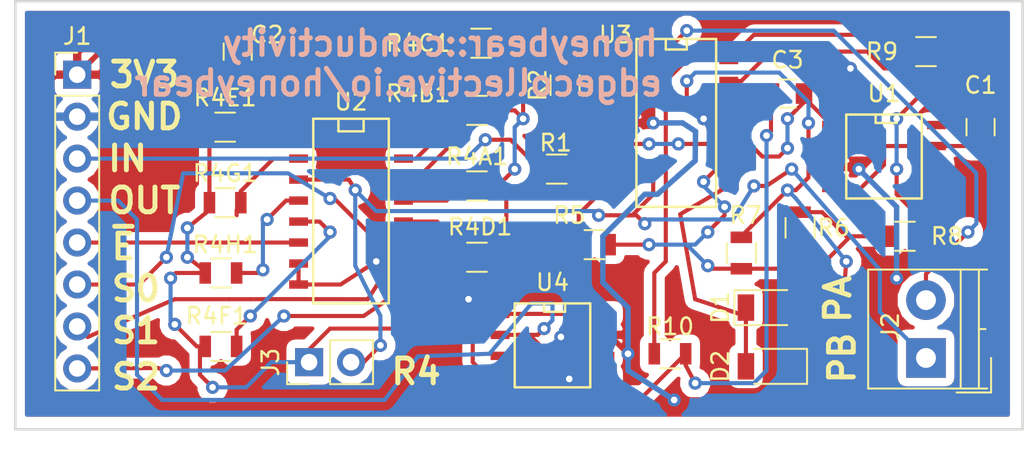
<source format=kicad_pcb>
(kicad_pcb (version 20170123) (host pcbnew no-vcs-found-1fe91e6~59~ubuntu17.04.1)

  (general
    (thickness 1.6)
    (drawings 17)
    (tracks 383)
    (zones 0)
    (modules 28)
    (nets 30)
  )

  (page A4)
  (layers
    (0 F.Cu signal)
    (31 B.Cu signal)
    (32 B.Adhes user)
    (33 F.Adhes user)
    (34 B.Paste user)
    (35 F.Paste user)
    (36 B.SilkS user)
    (37 F.SilkS user)
    (38 B.Mask user)
    (39 F.Mask user)
    (40 Dwgs.User user)
    (41 Cmts.User user)
    (42 Eco1.User user)
    (43 Eco2.User user)
    (44 Edge.Cuts user)
    (45 Margin user)
    (46 B.CrtYd user)
    (47 F.CrtYd user)
    (48 B.Fab user)
    (49 F.Fab user)
  )

  (setup
    (last_trace_width 0.25)
    (trace_clearance 0.2)
    (zone_clearance 0.508)
    (zone_45_only no)
    (trace_min 0.2)
    (segment_width 0.2)
    (edge_width 0.15)
    (via_size 0.8)
    (via_drill 0.4)
    (via_min_size 0.4)
    (via_min_drill 0.3)
    (uvia_size 0.3)
    (uvia_drill 0.1)
    (uvias_allowed no)
    (uvia_min_size 0.2)
    (uvia_min_drill 0.1)
    (pcb_text_width 0.3)
    (pcb_text_size 1.5 1.5)
    (mod_edge_width 0.15)
    (mod_text_size 1 1)
    (mod_text_width 0.15)
    (pad_size 4.064 4.064)
    (pad_drill 3.2)
    (pad_to_mask_clearance 0.2)
    (aux_axis_origin 0 0)
    (grid_origin 22.352 89.916)
    (visible_elements FFFDFF7F)
    (pcbplotparams
      (layerselection 0x00030_ffffffff)
      (usegerberextensions false)
      (usegerberattributes true)
      (usegerberadvancedattributes true)
      (creategerberjobfile true)
      (excludeedgelayer true)
      (linewidth 0.100000)
      (plotframeref false)
      (viasonmask false)
      (mode 1)
      (useauxorigin false)
      (hpglpennumber 1)
      (hpglpenspeed 20)
      (hpglpendiameter 15)
      (psnegative false)
      (psa4output false)
      (plotreference true)
      (plotvalue true)
      (plotinvisibletext false)
      (padsonsilk false)
      (subtractmaskfromsilk false)
      (outputformat 1)
      (mirror false)
      (drillshape 1)
      (scaleselection 1)
      (outputdirectory ""))
  )

  (net 0 "")
  (net 1 GND)
  (net 2 "Net-(C1-Pad2)")
  (net 3 +3V3)
  (net 4 GNDREF)
  (net 5 "Net-(C3-Pad1)")
  (net 6 "Net-(D1-Pad2)")
  (net 7 "Net-(D2-Pad1)")
  (net 8 S2)
  (net 9 S1)
  (net 10 S0)
  (net 11 ~E)
  (net 12 SIG_OUT)
  (net 13 SIG_IN)
  (net 14 PROBE_B)
  (net 15 PROBE_A)
  (net 16 V_B)
  (net 17 "Net-(R1-Pad1)")
  (net 18 Y0)
  (net 19 Y1)
  (net 20 Y2)
  (net 21 Y3)
  (net 22 Y4)
  (net 23 Y5)
  (net 24 Y6)
  (net 25 Y7)
  (net 26 "Net-(R5-Pad2)")
  (net 27 "Net-(R8-Pad1)")
  (net 28 "Net-(D1-Pad1)")
  (net 29 V_D)

  (net_class Default "This is the default net class."
    (clearance 0.2)
    (trace_width 0.25)
    (via_dia 0.8)
    (via_drill 0.4)
    (uvia_dia 0.3)
    (uvia_drill 0.1)
    (add_net GND)
    (add_net GNDREF)
    (add_net "Net-(C1-Pad2)")
    (add_net "Net-(C3-Pad1)")
    (add_net "Net-(D1-Pad1)")
    (add_net "Net-(D1-Pad2)")
    (add_net "Net-(D2-Pad1)")
    (add_net "Net-(R1-Pad1)")
    (add_net "Net-(R5-Pad2)")
    (add_net "Net-(R8-Pad1)")
    (add_net PROBE_A)
    (add_net PROBE_B)
    (add_net S0)
    (add_net S1)
    (add_net S2)
    (add_net SIG_IN)
    (add_net SIG_OUT)
    (add_net V_B)
    (add_net V_D)
    (add_net Y0)
    (add_net Y1)
    (add_net Y2)
    (add_net Y3)
    (add_net Y4)
    (add_net Y5)
    (add_net Y6)
    (add_net Y7)
    (add_net ~E)
  )

  (net_class power ""
    (clearance 0.2)
    (trace_width 0.3302)
    (via_dia 0.8)
    (via_drill 0.4)
    (uvia_dia 0.3)
    (uvia_drill 0.1)
    (add_net +3V3)
  )

  (module SMD_Packages:SOIC-8-N (layer F.Cu) (tedit 59CED8AD) (tstamp 59E13535)
    (at 74.93 73.406 270)
    (descr "Module Narrow CMS SOJ 8 pins large")
    (tags "CMS SOJ")
    (path /59CF5255)
    (attr smd)
    (fp_text reference U1 (at -3.81 0 180) (layer F.SilkS)
      (effects (font (size 1 1) (thickness 0.15)))
    )
    (fp_text value TLE2426 (at 0 1.27 270) (layer F.Fab)
      (effects (font (size 1 1) (thickness 0.15)))
    )
    (fp_line (start -2.54 -2.286) (end 2.54 -2.286) (layer F.SilkS) (width 0.15))
    (fp_line (start 2.54 -2.286) (end 2.54 2.286) (layer F.SilkS) (width 0.15))
    (fp_line (start 2.54 2.286) (end -2.54 2.286) (layer F.SilkS) (width 0.15))
    (fp_line (start -2.54 2.286) (end -2.54 -2.286) (layer F.SilkS) (width 0.15))
    (fp_line (start -2.54 -0.762) (end -2.032 -0.762) (layer F.SilkS) (width 0.15))
    (fp_line (start -2.032 -0.762) (end -2.032 0.508) (layer F.SilkS) (width 0.15))
    (fp_line (start -2.032 0.508) (end -2.54 0.508) (layer F.SilkS) (width 0.15))
    (pad 8 smd rect (at -1.905 -3.175 270) (size 0.508 1.143) (layers F.Cu F.Paste F.Mask)
      (net 2 "Net-(C1-Pad2)"))
    (pad 7 smd rect (at -0.635 -3.175 270) (size 0.508 1.143) (layers F.Cu F.Paste F.Mask)
      (net 1 GND))
    (pad 6 smd rect (at 0.635 -3.175 270) (size 0.508 1.143) (layers F.Cu F.Paste F.Mask)
      (net 1 GND))
    (pad 5 smd rect (at 1.905 -3.175 270) (size 0.508 1.143) (layers F.Cu F.Paste F.Mask)
      (net 1 GND))
    (pad 4 smd rect (at 1.905 3.175 270) (size 0.508 1.143) (layers F.Cu F.Paste F.Mask)
      (net 1 GND))
    (pad 3 smd rect (at 0.635 3.175 270) (size 0.508 1.143) (layers F.Cu F.Paste F.Mask)
      (net 3 +3V3))
    (pad 2 smd rect (at -0.635 3.175 270) (size 0.508 1.143) (layers F.Cu F.Paste F.Mask)
      (net 1 GND))
    (pad 1 smd rect (at -1.905 3.175 270) (size 0.508 1.143) (layers F.Cu F.Paste F.Mask)
      (net 4 GNDREF))
    (model SMD_Packages.3dshapes/SOIC-8-N.wrl
      (at (xyz 0 0 0))
      (scale (xyz 0.5 0.38 0.5))
      (rotate (xyz 0 0 0))
    )
  )

  (module SMD_Packages:SOIC-14_N (layer F.Cu) (tedit 59EFDD1A) (tstamp 59E13576)
    (at 62.484 71.374 270)
    (descr "Module CMS SOJ 14 pins Large")
    (tags "CMS SOJ")
    (path /59CE8AF5)
    (attr smd)
    (fp_text reference U3 (at -5.334 3.81) (layer F.SilkS)
      (effects (font (size 1 1) (thickness 0.15)))
    )
    (fp_text value AD8534 (at 0 1.27 270) (layer F.Fab)
      (effects (font (size 1 1) (thickness 0.15)))
    )
    (fp_line (start -4.445 0.762) (end -5.08 0.762) (layer F.SilkS) (width 0.15))
    (fp_line (start -4.445 -0.508) (end -4.445 0.762) (layer F.SilkS) (width 0.15))
    (fp_line (start -5.08 -0.508) (end -4.445 -0.508) (layer F.SilkS) (width 0.15))
    (fp_line (start -5.08 -2.286) (end 5.08 -2.286) (layer F.SilkS) (width 0.15))
    (fp_line (start -5.08 2.54) (end -5.08 -2.286) (layer F.SilkS) (width 0.15))
    (fp_line (start 5.08 2.54) (end -5.08 2.54) (layer F.SilkS) (width 0.15))
    (fp_line (start 5.08 -2.286) (end 5.08 2.54) (layer F.SilkS) (width 0.15))
    (pad 10 smd rect (at 1.27 -3.048 270) (size 0.508 1.143) (layers F.Cu F.Paste F.Mask)
      (net 4 GNDREF))
    (pad 14 smd rect (at -3.81 -3.048 270) (size 0.508 1.143) (layers F.Cu F.Paste F.Mask)
      (net 29 V_D))
    (pad 13 smd rect (at -2.54 -3.048 270) (size 0.508 1.143) (layers F.Cu F.Paste F.Mask)
      (net 27 "Net-(R8-Pad1)"))
    (pad 12 smd rect (at -1.27 -3.048 270) (size 0.508 1.143) (layers F.Cu F.Paste F.Mask)
      (net 7 "Net-(D2-Pad1)"))
    (pad 11 smd rect (at 0 -3.048 270) (size 0.508 1.143) (layers F.Cu F.Paste F.Mask)
      (net 1 GND))
    (pad 9 smd rect (at 2.54 -3.048 270) (size 0.508 1.143) (layers F.Cu F.Paste F.Mask)
      (net 26 "Net-(R5-Pad2)"))
    (pad 8 smd rect (at 3.81 -3.048 270) (size 0.508 1.143) (layers F.Cu F.Paste F.Mask)
      (net 28 "Net-(D1-Pad1)"))
    (pad 7 smd rect (at 3.81 3.302 270) (size 0.508 1.143) (layers F.Cu F.Paste F.Mask)
      (net 16 V_B))
    (pad 6 smd rect (at 2.54 3.302 270) (size 0.508 1.143) (layers F.Cu F.Paste F.Mask)
      (net 14 PROBE_B))
    (pad 5 smd rect (at 1.27 3.302 270) (size 0.508 1.143) (layers F.Cu F.Paste F.Mask)
      (net 4 GNDREF))
    (pad 4 smd rect (at 0 3.302 270) (size 0.508 1.143) (layers F.Cu F.Paste F.Mask)
      (net 3 +3V3))
    (pad 3 smd rect (at -1.27 3.302 270) (size 0.508 1.143) (layers F.Cu F.Paste F.Mask)
      (net 4 GNDREF))
    (pad 2 smd rect (at -2.54 3.302 270) (size 0.508 1.143) (layers F.Cu F.Paste F.Mask)
      (net 17 "Net-(R1-Pad1)"))
    (pad 1 smd rect (at -3.81 3.302 270) (size 0.508 1.143) (layers F.Cu F.Paste F.Mask)
      (net 15 PROBE_A))
    (model SMD_Packages.3dshapes/SOIC-14_N.wrl
      (at (xyz 0 0 0))
      (scale (xyz 0.5 0.4 0.5))
      (rotate (xyz 0 0 0))
    )
  )

  (module Pin_Headers:Pin_Header_Straight_1x08_Pitch2.54mm (layer F.Cu) (tedit 59650532) (tstamp 59E133C7)
    (at 26.0985 68.453)
    (descr "Through hole straight pin header, 1x08, 2.54mm pitch, single row")
    (tags "Through hole pin header THT 1x08 2.54mm single row")
    (path /59CF40AF)
    (fp_text reference J1 (at 0 -2.33) (layer F.SilkS)
      (effects (font (size 1 1) (thickness 0.15)))
    )
    (fp_text value Conn_01x08 (at 0 20.11) (layer F.Fab)
      (effects (font (size 1 1) (thickness 0.15)))
    )
    (fp_line (start -0.635 -1.27) (end 1.27 -1.27) (layer F.Fab) (width 0.1))
    (fp_line (start 1.27 -1.27) (end 1.27 19.05) (layer F.Fab) (width 0.1))
    (fp_line (start 1.27 19.05) (end -1.27 19.05) (layer F.Fab) (width 0.1))
    (fp_line (start -1.27 19.05) (end -1.27 -0.635) (layer F.Fab) (width 0.1))
    (fp_line (start -1.27 -0.635) (end -0.635 -1.27) (layer F.Fab) (width 0.1))
    (fp_line (start -1.33 19.11) (end 1.33 19.11) (layer F.SilkS) (width 0.12))
    (fp_line (start -1.33 1.27) (end -1.33 19.11) (layer F.SilkS) (width 0.12))
    (fp_line (start 1.33 1.27) (end 1.33 19.11) (layer F.SilkS) (width 0.12))
    (fp_line (start -1.33 1.27) (end 1.33 1.27) (layer F.SilkS) (width 0.12))
    (fp_line (start -1.33 0) (end -1.33 -1.33) (layer F.SilkS) (width 0.12))
    (fp_line (start -1.33 -1.33) (end 0 -1.33) (layer F.SilkS) (width 0.12))
    (fp_line (start -1.8 -1.8) (end -1.8 19.55) (layer F.CrtYd) (width 0.05))
    (fp_line (start -1.8 19.55) (end 1.8 19.55) (layer F.CrtYd) (width 0.05))
    (fp_line (start 1.8 19.55) (end 1.8 -1.8) (layer F.CrtYd) (width 0.05))
    (fp_line (start 1.8 -1.8) (end -1.8 -1.8) (layer F.CrtYd) (width 0.05))
    (fp_text user %R (at 0 8.89 90) (layer F.Fab)
      (effects (font (size 1 1) (thickness 0.15)))
    )
    (pad 1 thru_hole rect (at 0 0) (size 1.7 1.7) (drill 1) (layers *.Cu *.Mask)
      (net 3 +3V3))
    (pad 2 thru_hole oval (at 0 2.54) (size 1.7 1.7) (drill 1) (layers *.Cu *.Mask)
      (net 1 GND))
    (pad 3 thru_hole oval (at 0 5.08) (size 1.7 1.7) (drill 1) (layers *.Cu *.Mask)
      (net 13 SIG_IN))
    (pad 4 thru_hole oval (at 0 7.62) (size 1.7 1.7) (drill 1) (layers *.Cu *.Mask)
      (net 12 SIG_OUT))
    (pad 5 thru_hole oval (at 0 10.16) (size 1.7 1.7) (drill 1) (layers *.Cu *.Mask)
      (net 11 ~E))
    (pad 6 thru_hole oval (at 0 12.7) (size 1.7 1.7) (drill 1) (layers *.Cu *.Mask)
      (net 10 S0))
    (pad 7 thru_hole oval (at 0 15.24) (size 1.7 1.7) (drill 1) (layers *.Cu *.Mask)
      (net 9 S1))
    (pad 8 thru_hole oval (at 0 17.78) (size 1.7 1.7) (drill 1) (layers *.Cu *.Mask)
      (net 8 S2))
    (model ${KISYS3DMOD}/Pin_Headers.3dshapes/Pin_Header_Straight_1x08_Pitch2.54mm.wrl
      (at (xyz 0 0 0))
      (scale (xyz 1 1 1))
      (rotate (xyz 0 0 0))
    )
  )

  (module Capacitors_SMD:C_0805 (layer F.Cu) (tedit 59EFDF6E) (tstamp 59E13359)
    (at 80.772 71.628 90)
    (descr "Capacitor SMD 0805, reflow soldering, AVX (see smccp.pdf)")
    (tags "capacitor 0805")
    (path /59CF7CC0)
    (attr smd)
    (fp_text reference C1 (at 2.54 0 180) (layer F.SilkS)
      (effects (font (size 1 1) (thickness 0.15)))
    )
    (fp_text value C (at 0 1.75 90) (layer F.Fab)
      (effects (font (size 1 1) (thickness 0.15)))
    )
    (fp_text user %R (at 2.54 0 180) (layer F.Fab)
      (effects (font (size 1 1) (thickness 0.15)))
    )
    (fp_line (start -1 0.62) (end -1 -0.62) (layer F.Fab) (width 0.1))
    (fp_line (start 1 0.62) (end -1 0.62) (layer F.Fab) (width 0.1))
    (fp_line (start 1 -0.62) (end 1 0.62) (layer F.Fab) (width 0.1))
    (fp_line (start -1 -0.62) (end 1 -0.62) (layer F.Fab) (width 0.1))
    (fp_line (start 0.5 -0.85) (end -0.5 -0.85) (layer F.SilkS) (width 0.12))
    (fp_line (start -0.5 0.85) (end 0.5 0.85) (layer F.SilkS) (width 0.12))
    (fp_line (start -1.75 -0.88) (end 1.75 -0.88) (layer F.CrtYd) (width 0.05))
    (fp_line (start -1.75 -0.88) (end -1.75 0.87) (layer F.CrtYd) (width 0.05))
    (fp_line (start 1.75 0.87) (end 1.75 -0.88) (layer F.CrtYd) (width 0.05))
    (fp_line (start 1.75 0.87) (end -1.75 0.87) (layer F.CrtYd) (width 0.05))
    (pad 1 smd rect (at -1 0 90) (size 1 1.25) (layers F.Cu F.Paste F.Mask)
      (net 1 GND))
    (pad 2 smd rect (at 1 0 90) (size 1 1.25) (layers F.Cu F.Paste F.Mask)
      (net 2 "Net-(C1-Pad2)"))
    (model Capacitors_SMD.3dshapes/C_0805.wrl
      (at (xyz 0 0 0))
      (scale (xyz 1 1 1))
      (rotate (xyz 0 0 0))
    )
  )

  (module Capacitors_SMD:C_0805 (layer F.Cu) (tedit 59EFDD48) (tstamp 59E1336A)
    (at 35.814 67.056 90)
    (descr "Capacitor SMD 0805, reflow soldering, AVX (see smccp.pdf)")
    (tags "capacitor 0805")
    (path /59CF81DC)
    (attr smd)
    (fp_text reference C2 (at 1.016 1.778 180) (layer F.SilkS)
      (effects (font (size 1 1) (thickness 0.15)))
    )
    (fp_text value C (at 0 1.75 90) (layer F.Fab)
      (effects (font (size 1 1) (thickness 0.15)))
    )
    (fp_line (start 1.75 0.87) (end -1.75 0.87) (layer F.CrtYd) (width 0.05))
    (fp_line (start 1.75 0.87) (end 1.75 -0.88) (layer F.CrtYd) (width 0.05))
    (fp_line (start -1.75 -0.88) (end -1.75 0.87) (layer F.CrtYd) (width 0.05))
    (fp_line (start -1.75 -0.88) (end 1.75 -0.88) (layer F.CrtYd) (width 0.05))
    (fp_line (start -0.5 0.85) (end 0.5 0.85) (layer F.SilkS) (width 0.12))
    (fp_line (start 0.5 -0.85) (end -0.5 -0.85) (layer F.SilkS) (width 0.12))
    (fp_line (start -1 -0.62) (end 1 -0.62) (layer F.Fab) (width 0.1))
    (fp_line (start 1 -0.62) (end 1 0.62) (layer F.Fab) (width 0.1))
    (fp_line (start 1 0.62) (end -1 0.62) (layer F.Fab) (width 0.1))
    (fp_line (start -1 0.62) (end -1 -0.62) (layer F.Fab) (width 0.1))
    (fp_text user %R (at 1.016 1.778 180) (layer F.Fab)
      (effects (font (size 1 1) (thickness 0.15)))
    )
    (pad 2 smd rect (at 1 0 90) (size 1 1.25) (layers F.Cu F.Paste F.Mask)
      (net 3 +3V3))
    (pad 1 smd rect (at -1 0 90) (size 1 1.25) (layers F.Cu F.Paste F.Mask)
      (net 1 GND))
    (model Capacitors_SMD.3dshapes/C_0805.wrl
      (at (xyz 0 0 0))
      (scale (xyz 1 1 1))
      (rotate (xyz 0 0 0))
    )
  )

  (module Capacitors_SMD:C_0805 (layer F.Cu) (tedit 59D4DBC2) (tstamp 59E1337B)
    (at 69.088 69.596)
    (descr "Capacitor SMD 0805, reflow soldering, AVX (see smccp.pdf)")
    (tags "capacitor 0805")
    (path /59CEC770)
    (attr smd)
    (fp_text reference C3 (at 0 -2.032) (layer F.SilkS)
      (effects (font (size 1 1) (thickness 0.15)))
    )
    (fp_text value C (at 0 1.75) (layer F.Fab)
      (effects (font (size 1 1) (thickness 0.15)))
    )
    (fp_text user %R (at 0 -2.032) (layer F.Fab)
      (effects (font (size 1 1) (thickness 0.15)))
    )
    (fp_line (start -1 0.62) (end -1 -0.62) (layer F.Fab) (width 0.1))
    (fp_line (start 1 0.62) (end -1 0.62) (layer F.Fab) (width 0.1))
    (fp_line (start 1 -0.62) (end 1 0.62) (layer F.Fab) (width 0.1))
    (fp_line (start -1 -0.62) (end 1 -0.62) (layer F.Fab) (width 0.1))
    (fp_line (start 0.5 -0.85) (end -0.5 -0.85) (layer F.SilkS) (width 0.12))
    (fp_line (start -0.5 0.85) (end 0.5 0.85) (layer F.SilkS) (width 0.12))
    (fp_line (start -1.75 -0.88) (end 1.75 -0.88) (layer F.CrtYd) (width 0.05))
    (fp_line (start -1.75 -0.88) (end -1.75 0.87) (layer F.CrtYd) (width 0.05))
    (fp_line (start 1.75 0.87) (end 1.75 -0.88) (layer F.CrtYd) (width 0.05))
    (fp_line (start 1.75 0.87) (end -1.75 0.87) (layer F.CrtYd) (width 0.05))
    (pad 1 smd rect (at -1 0) (size 1 1.25) (layers F.Cu F.Paste F.Mask)
      (net 5 "Net-(C3-Pad1)"))
    (pad 2 smd rect (at 1 0) (size 1 1.25) (layers F.Cu F.Paste F.Mask)
      (net 4 GNDREF))
    (model Capacitors_SMD.3dshapes/C_0805.wrl
      (at (xyz 0 0 0))
      (scale (xyz 1 1 1))
      (rotate (xyz 0 0 0))
    )
  )

  (module Diodes_SMD:D_1206 (layer F.Cu) (tedit 59EFDDBF) (tstamp 59E13393)
    (at 68.072 82.55)
    (descr "Diode SMD 1206, reflow soldering http://datasheets.avx.com/schottky.pdf")
    (tags "Diode 1206")
    (path /59CEAD32)
    (attr smd)
    (fp_text reference D1 (at -3.048 0 270) (layer F.SilkS)
      (effects (font (size 1 1) (thickness 0.15)))
    )
    (fp_text value D (at 0 1.9) (layer F.Fab)
      (effects (font (size 1 1) (thickness 0.15)))
    )
    (fp_text user %R (at -3.048 0 270) (layer F.Fab)
      (effects (font (size 1 1) (thickness 0.15)))
    )
    (fp_line (start -0.254 -0.254) (end -0.254 0.254) (layer F.Fab) (width 0.1))
    (fp_line (start 0.127 0) (end 0.381 0) (layer F.Fab) (width 0.1))
    (fp_line (start -0.254 0) (end -0.508 0) (layer F.Fab) (width 0.1))
    (fp_line (start 0.127 0.254) (end -0.254 0) (layer F.Fab) (width 0.1))
    (fp_line (start 0.127 -0.254) (end 0.127 0.254) (layer F.Fab) (width 0.1))
    (fp_line (start -0.254 0) (end 0.127 -0.254) (layer F.Fab) (width 0.1))
    (fp_line (start -2.2 -1.06) (end -2.2 1.06) (layer F.SilkS) (width 0.12))
    (fp_line (start -1.7 0.95) (end -1.7 -0.95) (layer F.Fab) (width 0.1))
    (fp_line (start 1.7 0.95) (end -1.7 0.95) (layer F.Fab) (width 0.1))
    (fp_line (start 1.7 -0.95) (end 1.7 0.95) (layer F.Fab) (width 0.1))
    (fp_line (start -1.7 -0.95) (end 1.7 -0.95) (layer F.Fab) (width 0.1))
    (fp_line (start -2.3 -1.16) (end 2.3 -1.16) (layer F.CrtYd) (width 0.05))
    (fp_line (start -2.3 1.16) (end 2.3 1.16) (layer F.CrtYd) (width 0.05))
    (fp_line (start -2.3 -1.16) (end -2.3 1.16) (layer F.CrtYd) (width 0.05))
    (fp_line (start 2.3 -1.16) (end 2.3 1.16) (layer F.CrtYd) (width 0.05))
    (fp_line (start 1 -1.06) (end -2.2 -1.06) (layer F.SilkS) (width 0.12))
    (fp_line (start -2.2 1.06) (end 1 1.06) (layer F.SilkS) (width 0.12))
    (pad 1 smd rect (at -1.5 0) (size 1 1.6) (layers F.Cu F.Paste F.Mask)
      (net 28 "Net-(D1-Pad1)"))
    (pad 2 smd rect (at 1.5 0) (size 1 1.6) (layers F.Cu F.Paste F.Mask)
      (net 6 "Net-(D1-Pad2)"))
    (model ${KISYS3DMOD}/Diodes_SMD.3dshapes/D_1206.wrl
      (at (xyz 0 0 0))
      (scale (xyz 1 1 1))
      (rotate (xyz 0 0 0))
    )
  )

  (module Diodes_SMD:D_1206 (layer F.Cu) (tedit 59EFDDA4) (tstamp 59E133AB)
    (at 68.072 86.106 180)
    (descr "Diode SMD 1206, reflow soldering http://datasheets.avx.com/schottky.pdf")
    (tags "Diode 1206")
    (path /59CEAE2B)
    (attr smd)
    (fp_text reference D2 (at 3.048 0 270) (layer F.SilkS)
      (effects (font (size 1 1) (thickness 0.15)))
    )
    (fp_text value D (at 0 1.9 180) (layer F.Fab)
      (effects (font (size 1 1) (thickness 0.15)))
    )
    (fp_line (start -2.2 1.06) (end 1 1.06) (layer F.SilkS) (width 0.12))
    (fp_line (start 1 -1.06) (end -2.2 -1.06) (layer F.SilkS) (width 0.12))
    (fp_line (start 2.3 -1.16) (end 2.3 1.16) (layer F.CrtYd) (width 0.05))
    (fp_line (start -2.3 -1.16) (end -2.3 1.16) (layer F.CrtYd) (width 0.05))
    (fp_line (start -2.3 1.16) (end 2.3 1.16) (layer F.CrtYd) (width 0.05))
    (fp_line (start -2.3 -1.16) (end 2.3 -1.16) (layer F.CrtYd) (width 0.05))
    (fp_line (start -1.7 -0.95) (end 1.7 -0.95) (layer F.Fab) (width 0.1))
    (fp_line (start 1.7 -0.95) (end 1.7 0.95) (layer F.Fab) (width 0.1))
    (fp_line (start 1.7 0.95) (end -1.7 0.95) (layer F.Fab) (width 0.1))
    (fp_line (start -1.7 0.95) (end -1.7 -0.95) (layer F.Fab) (width 0.1))
    (fp_line (start -2.2 -1.06) (end -2.2 1.06) (layer F.SilkS) (width 0.12))
    (fp_line (start -0.254 0) (end 0.127 -0.254) (layer F.Fab) (width 0.1))
    (fp_line (start 0.127 -0.254) (end 0.127 0.254) (layer F.Fab) (width 0.1))
    (fp_line (start 0.127 0.254) (end -0.254 0) (layer F.Fab) (width 0.1))
    (fp_line (start -0.254 0) (end -0.508 0) (layer F.Fab) (width 0.1))
    (fp_line (start 0.127 0) (end 0.381 0) (layer F.Fab) (width 0.1))
    (fp_line (start -0.254 -0.254) (end -0.254 0.254) (layer F.Fab) (width 0.1))
    (fp_text user %R (at 3.048 0 270) (layer F.Fab)
      (effects (font (size 1 1) (thickness 0.15)))
    )
    (pad 2 smd rect (at 1.5 0 180) (size 1 1.6) (layers F.Cu F.Paste F.Mask)
      (net 28 "Net-(D1-Pad1)"))
    (pad 1 smd rect (at -1.5 0 180) (size 1 1.6) (layers F.Cu F.Paste F.Mask)
      (net 7 "Net-(D2-Pad1)"))
    (model ${KISYS3DMOD}/Diodes_SMD.3dshapes/D_1206.wrl
      (at (xyz 0 0 0))
      (scale (xyz 1 1 1))
      (rotate (xyz 0 0 0))
    )
  )

  (module Connectors_Terminal_Blocks:TerminalBlock_4UCON_19963_02x3.5mm_Straight (layer F.Cu) (tedit 59D4E19D) (tstamp 59E133E2)
    (at 77.47 85.598 90)
    (descr "2-way 3.5mm pitch terminal block, https://cdn-shop.adafruit.com/datasheets/19963.pdf")
    (tags "screw terminal block")
    (path /59CF455B)
    (fp_text reference J2 (at 1.905 -2.159 270) (layer F.SilkS)
      (effects (font (size 1 1) (thickness 0.15)))
    )
    (fp_text value Screw_Terminal_01x02 (at 1.75 5.1 90) (layer F.Fab)
      (effects (font (size 1 1) (thickness 0.15)))
    )
    (fp_text user %R (at 1.905 -2.159 90) (layer F.Fab)
      (effects (font (size 1 1) (thickness 0.15)))
    )
    (fp_line (start -2.09 3.94) (end 0 3.94) (layer F.SilkS) (width 0.12))
    (fp_line (start -2.09 1.85) (end -2.09 3.94) (layer F.SilkS) (width 0.12))
    (fp_line (start 1.75 3.2) (end 1.75 3.6) (layer F.SilkS) (width 0.12))
    (fp_line (start 5.35 -3.5) (end 5.35 3.7) (layer F.SilkS) (width 0.12))
    (fp_line (start -1.85 -3.5) (end 5.35 -3.5) (layer F.SilkS) (width 0.12))
    (fp_line (start -1.85 3.7) (end -1.85 -3.5) (layer F.SilkS) (width 0.12))
    (fp_line (start -1.85 3.2) (end 5.35 3.2) (layer F.SilkS) (width 0.12))
    (fp_line (start -1.85 2.1) (end 5.35 2.1) (layer F.SilkS) (width 0.12))
    (fp_line (start -2.09 3.94) (end 0 3.94) (layer F.Fab) (width 0.1))
    (fp_line (start -2.09 1.85) (end -2.09 3.94) (layer F.Fab) (width 0.1))
    (fp_line (start 1.75 3.2) (end 1.75 3.6) (layer F.Fab) (width 0.1))
    (fp_line (start 5.25 -3.4) (end 5.25 3.6) (layer F.Fab) (width 0.1))
    (fp_line (start -1.75 -3.4) (end 5.25 -3.4) (layer F.Fab) (width 0.1))
    (fp_line (start -1.75 3.6) (end -1.75 -3.4) (layer F.Fab) (width 0.1))
    (fp_line (start -1.75 3.2) (end 5.25 3.2) (layer F.Fab) (width 0.1))
    (fp_line (start -1.75 2.1) (end 5.25 2.1) (layer F.Fab) (width 0.1))
    (fp_line (start 5.75 -3.9) (end -2.25 -3.9) (layer F.CrtYd) (width 0.05))
    (fp_line (start 5.75 4.1) (end 5.75 -3.9) (layer F.CrtYd) (width 0.05))
    (fp_line (start -2.25 4.1) (end 5.75 4.1) (layer F.CrtYd) (width 0.05))
    (fp_line (start -2.25 -3.9) (end -2.25 4.1) (layer F.CrtYd) (width 0.05))
    (pad 2 thru_hole circle (at 3.5 0 90) (size 2.4 2.4) (drill 1.2) (layers *.Cu *.Mask)
      (net 15 PROBE_A))
    (pad 1 thru_hole rect (at 0 0 90) (size 2.4 2.4) (drill 1.2) (layers *.Cu *.Mask)
      (net 14 PROBE_B))
    (model ${KISYS3DMOD}/Connectors_Terminal_Blocks.3dshapes/TerminalBlock_4UCON_19963_02x3.5mm_Straight.wrl
      (at (xyz 0 0 0))
      (scale (xyz 1 1 1))
      (rotate (xyz 0 0 0))
    )
  )

  (module Pin_Headers:Pin_Header_Straight_1x02_Pitch2.54mm (layer F.Cu) (tedit 59650532) (tstamp 59E133F8)
    (at 40.132 85.852 90)
    (descr "Through hole straight pin header, 1x02, 2.54mm pitch, single row")
    (tags "Through hole pin header THT 1x02 2.54mm single row")
    (path /59CF9B0C)
    (fp_text reference J3 (at 0 -2.33 90) (layer F.SilkS)
      (effects (font (size 1 1) (thickness 0.15)))
    )
    (fp_text value Conn_01x02 (at 0 4.87 90) (layer F.Fab)
      (effects (font (size 1 1) (thickness 0.15)))
    )
    (fp_text user %R (at 0 1.27 180) (layer F.Fab)
      (effects (font (size 1 1) (thickness 0.15)))
    )
    (fp_line (start 1.8 -1.8) (end -1.8 -1.8) (layer F.CrtYd) (width 0.05))
    (fp_line (start 1.8 4.35) (end 1.8 -1.8) (layer F.CrtYd) (width 0.05))
    (fp_line (start -1.8 4.35) (end 1.8 4.35) (layer F.CrtYd) (width 0.05))
    (fp_line (start -1.8 -1.8) (end -1.8 4.35) (layer F.CrtYd) (width 0.05))
    (fp_line (start -1.33 -1.33) (end 0 -1.33) (layer F.SilkS) (width 0.12))
    (fp_line (start -1.33 0) (end -1.33 -1.33) (layer F.SilkS) (width 0.12))
    (fp_line (start -1.33 1.27) (end 1.33 1.27) (layer F.SilkS) (width 0.12))
    (fp_line (start 1.33 1.27) (end 1.33 3.87) (layer F.SilkS) (width 0.12))
    (fp_line (start -1.33 1.27) (end -1.33 3.87) (layer F.SilkS) (width 0.12))
    (fp_line (start -1.33 3.87) (end 1.33 3.87) (layer F.SilkS) (width 0.12))
    (fp_line (start -1.27 -0.635) (end -0.635 -1.27) (layer F.Fab) (width 0.1))
    (fp_line (start -1.27 3.81) (end -1.27 -0.635) (layer F.Fab) (width 0.1))
    (fp_line (start 1.27 3.81) (end -1.27 3.81) (layer F.Fab) (width 0.1))
    (fp_line (start 1.27 -1.27) (end 1.27 3.81) (layer F.Fab) (width 0.1))
    (fp_line (start -0.635 -1.27) (end 1.27 -1.27) (layer F.Fab) (width 0.1))
    (pad 2 thru_hole oval (at 0 2.54 90) (size 1.7 1.7) (drill 1) (layers *.Cu *.Mask)
      (net 14 PROBE_B))
    (pad 1 thru_hole rect (at 0 0 90) (size 1.7 1.7) (drill 1) (layers *.Cu *.Mask)
      (net 16 V_B))
    (model ${KISYS3DMOD}/Pin_Headers.3dshapes/Pin_Header_Straight_1x02_Pitch2.54mm.wrl
      (at (xyz 0 0 0))
      (scale (xyz 1 1 1))
      (rotate (xyz 0 0 0))
    )
  )

  (module Resistors_SMD:R_0805 (layer F.Cu) (tedit 59EFC68E) (tstamp 59E13423)
    (at 55.118 74.168 180)
    (descr "Resistor SMD 0805, reflow soldering, Vishay (see dcrcw.pdf)")
    (tags "resistor 0805")
    (path /59CE8E06)
    (attr smd)
    (fp_text reference R1 (at 0.0635 1.5875 180) (layer F.SilkS)
      (effects (font (size 1 1) (thickness 0.15)))
    )
    (fp_text value R (at 0 1.75 180) (layer F.Fab)
      (effects (font (size 1 1) (thickness 0.15)))
    )
    (fp_text user %R (at 0 0 180) (layer F.Fab)
      (effects (font (size 0.5 0.5) (thickness 0.075)))
    )
    (fp_line (start -1 0.62) (end -1 -0.62) (layer F.Fab) (width 0.1))
    (fp_line (start 1 0.62) (end -1 0.62) (layer F.Fab) (width 0.1))
    (fp_line (start 1 -0.62) (end 1 0.62) (layer F.Fab) (width 0.1))
    (fp_line (start -1 -0.62) (end 1 -0.62) (layer F.Fab) (width 0.1))
    (fp_line (start 0.6 0.88) (end -0.6 0.88) (layer F.SilkS) (width 0.12))
    (fp_line (start -0.6 -0.88) (end 0.6 -0.88) (layer F.SilkS) (width 0.12))
    (fp_line (start -1.55 -0.9) (end 1.55 -0.9) (layer F.CrtYd) (width 0.05))
    (fp_line (start -1.55 -0.9) (end -1.55 0.9) (layer F.CrtYd) (width 0.05))
    (fp_line (start 1.55 0.9) (end 1.55 -0.9) (layer F.CrtYd) (width 0.05))
    (fp_line (start 1.55 0.9) (end -1.55 0.9) (layer F.CrtYd) (width 0.05))
    (pad 1 smd rect (at -0.95 0 180) (size 0.7 1.3) (layers F.Cu F.Paste F.Mask)
      (net 17 "Net-(R1-Pad1)"))
    (pad 2 smd rect (at 0.95 0 180) (size 0.7 1.3) (layers F.Cu F.Paste F.Mask)
      (net 13 SIG_IN))
    (model ${KISYS3DMOD}/Resistors_SMD.3dshapes/R_0805.wrl
      (at (xyz 0 0 0))
      (scale (xyz 1 1 1))
      (rotate (xyz 0 0 0))
    )
  )

  (module Resistors_SMD:R_0805 (layer F.Cu) (tedit 58E0A804) (tstamp 59E13434)
    (at 55.626 69.088 90)
    (descr "Resistor SMD 0805, reflow soldering, Vishay (see dcrcw.pdf)")
    (tags "resistor 0805")
    (path /59CE9040)
    (attr smd)
    (fp_text reference R2 (at 0 -1.65 90) (layer F.SilkS)
      (effects (font (size 1 1) (thickness 0.15)))
    )
    (fp_text value R (at 0 1.75 90) (layer F.Fab)
      (effects (font (size 1 1) (thickness 0.15)))
    )
    (fp_line (start 1.55 0.9) (end -1.55 0.9) (layer F.CrtYd) (width 0.05))
    (fp_line (start 1.55 0.9) (end 1.55 -0.9) (layer F.CrtYd) (width 0.05))
    (fp_line (start -1.55 -0.9) (end -1.55 0.9) (layer F.CrtYd) (width 0.05))
    (fp_line (start -1.55 -0.9) (end 1.55 -0.9) (layer F.CrtYd) (width 0.05))
    (fp_line (start -0.6 -0.88) (end 0.6 -0.88) (layer F.SilkS) (width 0.12))
    (fp_line (start 0.6 0.88) (end -0.6 0.88) (layer F.SilkS) (width 0.12))
    (fp_line (start -1 -0.62) (end 1 -0.62) (layer F.Fab) (width 0.1))
    (fp_line (start 1 -0.62) (end 1 0.62) (layer F.Fab) (width 0.1))
    (fp_line (start 1 0.62) (end -1 0.62) (layer F.Fab) (width 0.1))
    (fp_line (start -1 0.62) (end -1 -0.62) (layer F.Fab) (width 0.1))
    (fp_text user %R (at 0 0 90) (layer F.Fab)
      (effects (font (size 0.5 0.5) (thickness 0.075)))
    )
    (pad 2 smd rect (at 0.95 0 90) (size 0.7 1.3) (layers F.Cu F.Paste F.Mask)
      (net 15 PROBE_A))
    (pad 1 smd rect (at -0.95 0 90) (size 0.7 1.3) (layers F.Cu F.Paste F.Mask)
      (net 17 "Net-(R1-Pad1)"))
    (model ${KISYS3DMOD}/Resistors_SMD.3dshapes/R_0805.wrl
      (at (xyz 0 0 0))
      (scale (xyz 1 1 1))
      (rotate (xyz 0 0 0))
    )
  )

  (module Resistors_SMD:R_0805 (layer F.Cu) (tedit 59EFC67B) (tstamp 59E13445)
    (at 50.292 75.184)
    (descr "Resistor SMD 0805, reflow soldering, Vishay (see dcrcw.pdf)")
    (tags "resistor 0805")
    (path /59CE918B)
    (attr smd)
    (fp_text reference R4A1 (at 0 -1.778) (layer F.SilkS)
      (effects (font (size 1 1) (thickness 0.15)))
    )
    (fp_text value R (at 0 1.75) (layer F.Fab)
      (effects (font (size 1 1) (thickness 0.15)))
    )
    (fp_text user %R (at 0 0) (layer F.Fab)
      (effects (font (size 0.5 0.5) (thickness 0.075)))
    )
    (fp_line (start -1 0.62) (end -1 -0.62) (layer F.Fab) (width 0.1))
    (fp_line (start 1 0.62) (end -1 0.62) (layer F.Fab) (width 0.1))
    (fp_line (start 1 -0.62) (end 1 0.62) (layer F.Fab) (width 0.1))
    (fp_line (start -1 -0.62) (end 1 -0.62) (layer F.Fab) (width 0.1))
    (fp_line (start 0.6 0.88) (end -0.6 0.88) (layer F.SilkS) (width 0.12))
    (fp_line (start -0.6 -0.88) (end 0.6 -0.88) (layer F.SilkS) (width 0.12))
    (fp_line (start -1.55 -0.9) (end 1.55 -0.9) (layer F.CrtYd) (width 0.05))
    (fp_line (start -1.55 -0.9) (end -1.55 0.9) (layer F.CrtYd) (width 0.05))
    (fp_line (start 1.55 0.9) (end 1.55 -0.9) (layer F.CrtYd) (width 0.05))
    (fp_line (start 1.55 0.9) (end -1.55 0.9) (layer F.CrtYd) (width 0.05))
    (pad 1 smd rect (at -0.95 0) (size 0.7 1.3) (layers F.Cu F.Paste F.Mask)
      (net 18 Y0))
    (pad 2 smd rect (at 0.95 0) (size 0.7 1.3) (layers F.Cu F.Paste F.Mask)
      (net 16 V_B))
    (model ${KISYS3DMOD}/Resistors_SMD.3dshapes/R_0805.wrl
      (at (xyz 0 0 0))
      (scale (xyz 1 1 1))
      (rotate (xyz 0 0 0))
    )
  )

  (module Resistors_SMD:R_0805 (layer F.Cu) (tedit 59EFDEFE) (tstamp 59E13456)
    (at 50.292 70.612)
    (descr "Resistor SMD 0805, reflow soldering, Vishay (see dcrcw.pdf)")
    (tags "resistor 0805")
    (path /59CF0E6D)
    (attr smd)
    (fp_text reference R4B1 (at -3.556 -1.016 180) (layer F.SilkS)
      (effects (font (size 1 1) (thickness 0.15)))
    )
    (fp_text value R (at 0 1.75) (layer F.Fab)
      (effects (font (size 1 1) (thickness 0.15)))
    )
    (fp_line (start 1.55 0.9) (end -1.55 0.9) (layer F.CrtYd) (width 0.05))
    (fp_line (start 1.55 0.9) (end 1.55 -0.9) (layer F.CrtYd) (width 0.05))
    (fp_line (start -1.55 -0.9) (end -1.55 0.9) (layer F.CrtYd) (width 0.05))
    (fp_line (start -1.55 -0.9) (end 1.55 -0.9) (layer F.CrtYd) (width 0.05))
    (fp_line (start -0.6 -0.88) (end 0.6 -0.88) (layer F.SilkS) (width 0.12))
    (fp_line (start 0.6 0.88) (end -0.6 0.88) (layer F.SilkS) (width 0.12))
    (fp_line (start -1 -0.62) (end 1 -0.62) (layer F.Fab) (width 0.1))
    (fp_line (start 1 -0.62) (end 1 0.62) (layer F.Fab) (width 0.1))
    (fp_line (start 1 0.62) (end -1 0.62) (layer F.Fab) (width 0.1))
    (fp_line (start -1 0.62) (end -1 -0.62) (layer F.Fab) (width 0.1))
    (fp_text user %R (at 0 0) (layer F.Fab)
      (effects (font (size 0.5 0.5) (thickness 0.075)))
    )
    (pad 2 smd rect (at 0.95 0) (size 0.7 1.3) (layers F.Cu F.Paste F.Mask)
      (net 16 V_B))
    (pad 1 smd rect (at -0.95 0) (size 0.7 1.3) (layers F.Cu F.Paste F.Mask)
      (net 19 Y1))
    (model ${KISYS3DMOD}/Resistors_SMD.3dshapes/R_0805.wrl
      (at (xyz 0 0 0))
      (scale (xyz 1 1 1))
      (rotate (xyz 0 0 0))
    )
  )

  (module Resistors_SMD:R_0805 (layer F.Cu) (tedit 59EFDD21) (tstamp 59E13467)
    (at 50.546 66.548)
    (descr "Resistor SMD 0805, reflow soldering, Vishay (see dcrcw.pdf)")
    (tags "resistor 0805")
    (path /59CF0EF5)
    (attr smd)
    (fp_text reference R4C1 (at -3.81 0 180) (layer F.SilkS)
      (effects (font (size 1 1) (thickness 0.15)))
    )
    (fp_text value R (at 0 1.75) (layer F.Fab)
      (effects (font (size 1 1) (thickness 0.15)))
    )
    (fp_text user %R (at 0 0) (layer F.Fab)
      (effects (font (size 0.5 0.5) (thickness 0.075)))
    )
    (fp_line (start -1 0.62) (end -1 -0.62) (layer F.Fab) (width 0.1))
    (fp_line (start 1 0.62) (end -1 0.62) (layer F.Fab) (width 0.1))
    (fp_line (start 1 -0.62) (end 1 0.62) (layer F.Fab) (width 0.1))
    (fp_line (start -1 -0.62) (end 1 -0.62) (layer F.Fab) (width 0.1))
    (fp_line (start 0.6 0.88) (end -0.6 0.88) (layer F.SilkS) (width 0.12))
    (fp_line (start -0.6 -0.88) (end 0.6 -0.88) (layer F.SilkS) (width 0.12))
    (fp_line (start -1.55 -0.9) (end 1.55 -0.9) (layer F.CrtYd) (width 0.05))
    (fp_line (start -1.55 -0.9) (end -1.55 0.9) (layer F.CrtYd) (width 0.05))
    (fp_line (start 1.55 0.9) (end 1.55 -0.9) (layer F.CrtYd) (width 0.05))
    (fp_line (start 1.55 0.9) (end -1.55 0.9) (layer F.CrtYd) (width 0.05))
    (pad 1 smd rect (at -0.95 0) (size 0.7 1.3) (layers F.Cu F.Paste F.Mask)
      (net 20 Y2))
    (pad 2 smd rect (at 0.95 0) (size 0.7 1.3) (layers F.Cu F.Paste F.Mask)
      (net 16 V_B))
    (model ${KISYS3DMOD}/Resistors_SMD.3dshapes/R_0805.wrl
      (at (xyz 0 0 0))
      (scale (xyz 1 1 1))
      (rotate (xyz 0 0 0))
    )
  )

  (module Resistors_SMD:R_0805 (layer F.Cu) (tedit 59EFC66F) (tstamp 59E13478)
    (at 50.292 79.502)
    (descr "Resistor SMD 0805, reflow soldering, Vishay (see dcrcw.pdf)")
    (tags "resistor 0805")
    (path /59CF0F35)
    (attr smd)
    (fp_text reference R4D1 (at 0.1905 -1.8415) (layer F.SilkS)
      (effects (font (size 1 1) (thickness 0.15)))
    )
    (fp_text value R (at 0 1.75) (layer F.Fab)
      (effects (font (size 1 1) (thickness 0.15)))
    )
    (fp_line (start 1.55 0.9) (end -1.55 0.9) (layer F.CrtYd) (width 0.05))
    (fp_line (start 1.55 0.9) (end 1.55 -0.9) (layer F.CrtYd) (width 0.05))
    (fp_line (start -1.55 -0.9) (end -1.55 0.9) (layer F.CrtYd) (width 0.05))
    (fp_line (start -1.55 -0.9) (end 1.55 -0.9) (layer F.CrtYd) (width 0.05))
    (fp_line (start -0.6 -0.88) (end 0.6 -0.88) (layer F.SilkS) (width 0.12))
    (fp_line (start 0.6 0.88) (end -0.6 0.88) (layer F.SilkS) (width 0.12))
    (fp_line (start -1 -0.62) (end 1 -0.62) (layer F.Fab) (width 0.1))
    (fp_line (start 1 -0.62) (end 1 0.62) (layer F.Fab) (width 0.1))
    (fp_line (start 1 0.62) (end -1 0.62) (layer F.Fab) (width 0.1))
    (fp_line (start -1 0.62) (end -1 -0.62) (layer F.Fab) (width 0.1))
    (fp_text user %R (at 0 0) (layer F.Fab)
      (effects (font (size 0.5 0.5) (thickness 0.075)))
    )
    (pad 2 smd rect (at 0.95 0) (size 0.7 1.3) (layers F.Cu F.Paste F.Mask)
      (net 16 V_B))
    (pad 1 smd rect (at -0.95 0) (size 0.7 1.3) (layers F.Cu F.Paste F.Mask)
      (net 21 Y3))
    (model ${KISYS3DMOD}/Resistors_SMD.3dshapes/R_0805.wrl
      (at (xyz 0 0 0))
      (scale (xyz 1 1 1))
      (rotate (xyz 0 0 0))
    )
  )

  (module Resistors_SMD:R_0805 (layer F.Cu) (tedit 59EFDF0D) (tstamp 59E13489)
    (at 35.052 71.628 180)
    (descr "Resistor SMD 0805, reflow soldering, Vishay (see dcrcw.pdf)")
    (tags "resistor 0805")
    (path /59CF0F87)
    (attr smd)
    (fp_text reference R4E1 (at 0 1.778 180) (layer F.SilkS)
      (effects (font (size 1 1) (thickness 0.15)))
    )
    (fp_text value R (at 0 1.75 180) (layer F.Fab)
      (effects (font (size 1 1) (thickness 0.15)))
    )
    (fp_text user %R (at 0 0 180) (layer F.Fab)
      (effects (font (size 0.5 0.5) (thickness 0.075)))
    )
    (fp_line (start -1 0.62) (end -1 -0.62) (layer F.Fab) (width 0.1))
    (fp_line (start 1 0.62) (end -1 0.62) (layer F.Fab) (width 0.1))
    (fp_line (start 1 -0.62) (end 1 0.62) (layer F.Fab) (width 0.1))
    (fp_line (start -1 -0.62) (end 1 -0.62) (layer F.Fab) (width 0.1))
    (fp_line (start 0.6 0.88) (end -0.6 0.88) (layer F.SilkS) (width 0.12))
    (fp_line (start -0.6 -0.88) (end 0.6 -0.88) (layer F.SilkS) (width 0.12))
    (fp_line (start -1.55 -0.9) (end 1.55 -0.9) (layer F.CrtYd) (width 0.05))
    (fp_line (start -1.55 -0.9) (end -1.55 0.9) (layer F.CrtYd) (width 0.05))
    (fp_line (start 1.55 0.9) (end 1.55 -0.9) (layer F.CrtYd) (width 0.05))
    (fp_line (start 1.55 0.9) (end -1.55 0.9) (layer F.CrtYd) (width 0.05))
    (pad 1 smd rect (at -0.95 0 180) (size 0.7 1.3) (layers F.Cu F.Paste F.Mask)
      (net 22 Y4))
    (pad 2 smd rect (at 0.95 0 180) (size 0.7 1.3) (layers F.Cu F.Paste F.Mask)
      (net 16 V_B))
    (model ${KISYS3DMOD}/Resistors_SMD.3dshapes/R_0805.wrl
      (at (xyz 0 0 0))
      (scale (xyz 1 1 1))
      (rotate (xyz 0 0 0))
    )
  )

  (module Resistors_SMD:R_0805 (layer F.Cu) (tedit 59EFDD5C) (tstamp 59E1349A)
    (at 34.798 84.8995 180)
    (descr "Resistor SMD 0805, reflow soldering, Vishay (see dcrcw.pdf)")
    (tags "resistor 0805")
    (path /59CF0FCD)
    (attr smd)
    (fp_text reference R4F1 (at 0.254 1.8415 180) (layer F.SilkS)
      (effects (font (size 1 1) (thickness 0.15)))
    )
    (fp_text value R (at 0 1.75 180) (layer F.Fab)
      (effects (font (size 1 1) (thickness 0.15)))
    )
    (fp_line (start 1.55 0.9) (end -1.55 0.9) (layer F.CrtYd) (width 0.05))
    (fp_line (start 1.55 0.9) (end 1.55 -0.9) (layer F.CrtYd) (width 0.05))
    (fp_line (start -1.55 -0.9) (end -1.55 0.9) (layer F.CrtYd) (width 0.05))
    (fp_line (start -1.55 -0.9) (end 1.55 -0.9) (layer F.CrtYd) (width 0.05))
    (fp_line (start -0.6 -0.88) (end 0.6 -0.88) (layer F.SilkS) (width 0.12))
    (fp_line (start 0.6 0.88) (end -0.6 0.88) (layer F.SilkS) (width 0.12))
    (fp_line (start -1 -0.62) (end 1 -0.62) (layer F.Fab) (width 0.1))
    (fp_line (start 1 -0.62) (end 1 0.62) (layer F.Fab) (width 0.1))
    (fp_line (start 1 0.62) (end -1 0.62) (layer F.Fab) (width 0.1))
    (fp_line (start -1 0.62) (end -1 -0.62) (layer F.Fab) (width 0.1))
    (fp_text user %R (at 0 0 180) (layer F.Fab)
      (effects (font (size 0.5 0.5) (thickness 0.075)))
    )
    (pad 2 smd rect (at 0.95 0 180) (size 0.7 1.3) (layers F.Cu F.Paste F.Mask)
      (net 16 V_B))
    (pad 1 smd rect (at -0.95 0 180) (size 0.7 1.3) (layers F.Cu F.Paste F.Mask)
      (net 23 Y5))
    (model ${KISYS3DMOD}/Resistors_SMD.3dshapes/R_0805.wrl
      (at (xyz 0 0 0))
      (scale (xyz 1 1 1))
      (rotate (xyz 0 0 0))
    )
  )

  (module Resistors_SMD:R_0805 (layer F.Cu) (tedit 59EFDD53) (tstamp 59E134AB)
    (at 35.052 76.2 180)
    (descr "Resistor SMD 0805, reflow soldering, Vishay (see dcrcw.pdf)")
    (tags "resistor 0805")
    (path /59CF1013)
    (attr smd)
    (fp_text reference R4G1 (at 0 1.778 180) (layer F.SilkS)
      (effects (font (size 1 1) (thickness 0.15)))
    )
    (fp_text value R (at 0 1.75 180) (layer F.Fab)
      (effects (font (size 1 1) (thickness 0.15)))
    )
    (fp_text user %R (at 0 0 180) (layer F.Fab)
      (effects (font (size 0.5 0.5) (thickness 0.075)))
    )
    (fp_line (start -1 0.62) (end -1 -0.62) (layer F.Fab) (width 0.1))
    (fp_line (start 1 0.62) (end -1 0.62) (layer F.Fab) (width 0.1))
    (fp_line (start 1 -0.62) (end 1 0.62) (layer F.Fab) (width 0.1))
    (fp_line (start -1 -0.62) (end 1 -0.62) (layer F.Fab) (width 0.1))
    (fp_line (start 0.6 0.88) (end -0.6 0.88) (layer F.SilkS) (width 0.12))
    (fp_line (start -0.6 -0.88) (end 0.6 -0.88) (layer F.SilkS) (width 0.12))
    (fp_line (start -1.55 -0.9) (end 1.55 -0.9) (layer F.CrtYd) (width 0.05))
    (fp_line (start -1.55 -0.9) (end -1.55 0.9) (layer F.CrtYd) (width 0.05))
    (fp_line (start 1.55 0.9) (end 1.55 -0.9) (layer F.CrtYd) (width 0.05))
    (fp_line (start 1.55 0.9) (end -1.55 0.9) (layer F.CrtYd) (width 0.05))
    (pad 1 smd rect (at -0.95 0 180) (size 0.7 1.3) (layers F.Cu F.Paste F.Mask)
      (net 24 Y6))
    (pad 2 smd rect (at 0.95 0 180) (size 0.7 1.3) (layers F.Cu F.Paste F.Mask)
      (net 16 V_B))
    (model ${KISYS3DMOD}/Resistors_SMD.3dshapes/R_0805.wrl
      (at (xyz 0 0 0))
      (scale (xyz 1 1 1))
      (rotate (xyz 0 0 0))
    )
  )

  (module Resistors_SMD:R_0805 (layer F.Cu) (tedit 59EFDD58) (tstamp 59E134BC)
    (at 34.798 80.4545 180)
    (descr "Resistor SMD 0805, reflow soldering, Vishay (see dcrcw.pdf)")
    (tags "resistor 0805")
    (path /59CF1070)
    (attr smd)
    (fp_text reference R4H1 (at -0.254 1.7145 180) (layer F.SilkS)
      (effects (font (size 1 1) (thickness 0.15)))
    )
    (fp_text value R (at 0 1.75 180) (layer F.Fab)
      (effects (font (size 1 1) (thickness 0.15)))
    )
    (fp_text user %R (at 0 0 180) (layer F.Fab)
      (effects (font (size 0.5 0.5) (thickness 0.075)))
    )
    (fp_line (start -1 0.62) (end -1 -0.62) (layer F.Fab) (width 0.1))
    (fp_line (start 1 0.62) (end -1 0.62) (layer F.Fab) (width 0.1))
    (fp_line (start 1 -0.62) (end 1 0.62) (layer F.Fab) (width 0.1))
    (fp_line (start -1 -0.62) (end 1 -0.62) (layer F.Fab) (width 0.1))
    (fp_line (start 0.6 0.88) (end -0.6 0.88) (layer F.SilkS) (width 0.12))
    (fp_line (start -0.6 -0.88) (end 0.6 -0.88) (layer F.SilkS) (width 0.12))
    (fp_line (start -1.55 -0.9) (end 1.55 -0.9) (layer F.CrtYd) (width 0.05))
    (fp_line (start -1.55 -0.9) (end -1.55 0.9) (layer F.CrtYd) (width 0.05))
    (fp_line (start 1.55 0.9) (end 1.55 -0.9) (layer F.CrtYd) (width 0.05))
    (fp_line (start 1.55 0.9) (end -1.55 0.9) (layer F.CrtYd) (width 0.05))
    (pad 1 smd rect (at -0.95 0 180) (size 0.7 1.3) (layers F.Cu F.Paste F.Mask)
      (net 25 Y7))
    (pad 2 smd rect (at 0.95 0 180) (size 0.7 1.3) (layers F.Cu F.Paste F.Mask)
      (net 16 V_B))
    (model ${KISYS3DMOD}/Resistors_SMD.3dshapes/R_0805.wrl
      (at (xyz 0 0 0))
      (scale (xyz 1 1 1))
      (rotate (xyz 0 0 0))
    )
  )

  (module Resistors_SMD:R_0805 (layer F.Cu) (tedit 59EFDD6E) (tstamp 59E134CD)
    (at 57.404 78.74)
    (descr "Resistor SMD 0805, reflow soldering, Vishay (see dcrcw.pdf)")
    (tags "resistor 0805")
    (path /59CE9104)
    (attr smd)
    (fp_text reference R5 (at -1.524 -1.778 180) (layer F.SilkS)
      (effects (font (size 1 1) (thickness 0.15)))
    )
    (fp_text value R (at 0 1.75) (layer F.Fab)
      (effects (font (size 1 1) (thickness 0.15)))
    )
    (fp_line (start 1.55 0.9) (end -1.55 0.9) (layer F.CrtYd) (width 0.05))
    (fp_line (start 1.55 0.9) (end 1.55 -0.9) (layer F.CrtYd) (width 0.05))
    (fp_line (start -1.55 -0.9) (end -1.55 0.9) (layer F.CrtYd) (width 0.05))
    (fp_line (start -1.55 -0.9) (end 1.55 -0.9) (layer F.CrtYd) (width 0.05))
    (fp_line (start -0.6 -0.88) (end 0.6 -0.88) (layer F.SilkS) (width 0.12))
    (fp_line (start 0.6 0.88) (end -0.6 0.88) (layer F.SilkS) (width 0.12))
    (fp_line (start -1 -0.62) (end 1 -0.62) (layer F.Fab) (width 0.1))
    (fp_line (start 1 -0.62) (end 1 0.62) (layer F.Fab) (width 0.1))
    (fp_line (start 1 0.62) (end -1 0.62) (layer F.Fab) (width 0.1))
    (fp_line (start -1 0.62) (end -1 -0.62) (layer F.Fab) (width 0.1))
    (fp_text user %R (at 0 -0.0635) (layer F.Fab)
      (effects (font (size 0.5 0.5) (thickness 0.075)))
    )
    (pad 2 smd rect (at 0.95 0) (size 0.7 1.3) (layers F.Cu F.Paste F.Mask)
      (net 26 "Net-(R5-Pad2)"))
    (pad 1 smd rect (at -0.95 0) (size 0.7 1.3) (layers F.Cu F.Paste F.Mask)
      (net 16 V_B))
    (model ${KISYS3DMOD}/Resistors_SMD.3dshapes/R_0805.wrl
      (at (xyz 0 0 0))
      (scale (xyz 1 1 1))
      (rotate (xyz 0 0 0))
    )
  )

  (module Resistors_SMD:R_0805 (layer F.Cu) (tedit 59EFDEE4) (tstamp 59E134DE)
    (at 69.85 77.724 90)
    (descr "Resistor SMD 0805, reflow soldering, Vishay (see dcrcw.pdf)")
    (tags "resistor 0805")
    (path /59CE9215)
    (attr smd)
    (fp_text reference R6 (at 0 2.032 180) (layer F.SilkS)
      (effects (font (size 1 1) (thickness 0.15)))
    )
    (fp_text value R (at 0 1.75 90) (layer F.Fab)
      (effects (font (size 1 1) (thickness 0.15)))
    )
    (fp_text user %R (at 0 0 90) (layer F.Fab)
      (effects (font (size 0.5 0.5) (thickness 0.075)))
    )
    (fp_line (start -1 0.62) (end -1 -0.62) (layer F.Fab) (width 0.1))
    (fp_line (start 1 0.62) (end -1 0.62) (layer F.Fab) (width 0.1))
    (fp_line (start 1 -0.62) (end 1 0.62) (layer F.Fab) (width 0.1))
    (fp_line (start -1 -0.62) (end 1 -0.62) (layer F.Fab) (width 0.1))
    (fp_line (start 0.6 0.88) (end -0.6 0.88) (layer F.SilkS) (width 0.12))
    (fp_line (start -0.6 -0.88) (end 0.6 -0.88) (layer F.SilkS) (width 0.12))
    (fp_line (start -1.55 -0.9) (end 1.55 -0.9) (layer F.CrtYd) (width 0.05))
    (fp_line (start -1.55 -0.9) (end -1.55 0.9) (layer F.CrtYd) (width 0.05))
    (fp_line (start 1.55 0.9) (end 1.55 -0.9) (layer F.CrtYd) (width 0.05))
    (fp_line (start 1.55 0.9) (end -1.55 0.9) (layer F.CrtYd) (width 0.05))
    (pad 1 smd rect (at -0.95 0 90) (size 0.7 1.3) (layers F.Cu F.Paste F.Mask)
      (net 26 "Net-(R5-Pad2)"))
    (pad 2 smd rect (at 0.95 0 90) (size 0.7 1.3) (layers F.Cu F.Paste F.Mask)
      (net 6 "Net-(D1-Pad2)"))
    (model ${KISYS3DMOD}/Resistors_SMD.3dshapes/R_0805.wrl
      (at (xyz 0 0 0))
      (scale (xyz 1 1 1))
      (rotate (xyz 0 0 0))
    )
  )

  (module Resistors_SMD:R_0805 (layer F.Cu) (tedit 59EFDEEC) (tstamp 59E134EF)
    (at 66.294 79.248 90)
    (descr "Resistor SMD 0805, reflow soldering, Vishay (see dcrcw.pdf)")
    (tags "resistor 0805")
    (path /59CE9279)
    (attr smd)
    (fp_text reference R7 (at 2.286 0.254 180) (layer F.SilkS)
      (effects (font (size 1 1) (thickness 0.15)))
    )
    (fp_text value R (at 0 1.75 90) (layer F.Fab)
      (effects (font (size 1 1) (thickness 0.15)))
    )
    (fp_line (start 1.55 0.9) (end -1.55 0.9) (layer F.CrtYd) (width 0.05))
    (fp_line (start 1.55 0.9) (end 1.55 -0.9) (layer F.CrtYd) (width 0.05))
    (fp_line (start -1.55 -0.9) (end -1.55 0.9) (layer F.CrtYd) (width 0.05))
    (fp_line (start -1.55 -0.9) (end 1.55 -0.9) (layer F.CrtYd) (width 0.05))
    (fp_line (start -0.6 -0.88) (end 0.6 -0.88) (layer F.SilkS) (width 0.12))
    (fp_line (start 0.6 0.88) (end -0.6 0.88) (layer F.SilkS) (width 0.12))
    (fp_line (start -1 -0.62) (end 1 -0.62) (layer F.Fab) (width 0.1))
    (fp_line (start 1 -0.62) (end 1 0.62) (layer F.Fab) (width 0.1))
    (fp_line (start 1 0.62) (end -1 0.62) (layer F.Fab) (width 0.1))
    (fp_line (start -1 0.62) (end -1 -0.62) (layer F.Fab) (width 0.1))
    (fp_text user %R (at -0.0635 -0.0635 90) (layer F.Fab)
      (effects (font (size 0.5 0.5) (thickness 0.075)))
    )
    (pad 2 smd rect (at 0.95 0 90) (size 0.7 1.3) (layers F.Cu F.Paste F.Mask)
      (net 7 "Net-(D2-Pad1)"))
    (pad 1 smd rect (at -0.95 0 90) (size 0.7 1.3) (layers F.Cu F.Paste F.Mask)
      (net 26 "Net-(R5-Pad2)"))
    (model ${KISYS3DMOD}/Resistors_SMD.3dshapes/R_0805.wrl
      (at (xyz 0 0 0))
      (scale (xyz 1 1 1))
      (rotate (xyz 0 0 0))
    )
  )

  (module Resistors_SMD:R_0805 (layer F.Cu) (tedit 59EFDED7) (tstamp 59E13500)
    (at 76.2 78.232 180)
    (descr "Resistor SMD 0805, reflow soldering, Vishay (see dcrcw.pdf)")
    (tags "resistor 0805")
    (path /59CE92DB)
    (attr smd)
    (fp_text reference R8 (at -2.54 0) (layer F.SilkS)
      (effects (font (size 1 1) (thickness 0.15)))
    )
    (fp_text value R (at 0 1.75 180) (layer F.Fab)
      (effects (font (size 1 1) (thickness 0.15)))
    )
    (fp_text user %R (at 0 0 180) (layer F.Fab)
      (effects (font (size 0.5 0.5) (thickness 0.075)))
    )
    (fp_line (start -1 0.62) (end -1 -0.62) (layer F.Fab) (width 0.1))
    (fp_line (start 1 0.62) (end -1 0.62) (layer F.Fab) (width 0.1))
    (fp_line (start 1 -0.62) (end 1 0.62) (layer F.Fab) (width 0.1))
    (fp_line (start -1 -0.62) (end 1 -0.62) (layer F.Fab) (width 0.1))
    (fp_line (start 0.6 0.88) (end -0.6 0.88) (layer F.SilkS) (width 0.12))
    (fp_line (start -0.6 -0.88) (end 0.6 -0.88) (layer F.SilkS) (width 0.12))
    (fp_line (start -1.55 -0.9) (end 1.55 -0.9) (layer F.CrtYd) (width 0.05))
    (fp_line (start -1.55 -0.9) (end -1.55 0.9) (layer F.CrtYd) (width 0.05))
    (fp_line (start 1.55 0.9) (end 1.55 -0.9) (layer F.CrtYd) (width 0.05))
    (fp_line (start 1.55 0.9) (end -1.55 0.9) (layer F.CrtYd) (width 0.05))
    (pad 1 smd rect (at -0.95 0 180) (size 0.7 1.3) (layers F.Cu F.Paste F.Mask)
      (net 27 "Net-(R8-Pad1)"))
    (pad 2 smd rect (at 0.95 0 180) (size 0.7 1.3) (layers F.Cu F.Paste F.Mask)
      (net 6 "Net-(D1-Pad2)"))
    (model ${KISYS3DMOD}/Resistors_SMD.3dshapes/R_0805.wrl
      (at (xyz 0 0 0))
      (scale (xyz 1 1 1))
      (rotate (xyz 0 0 0))
    )
  )

  (module Resistors_SMD:R_0805 (layer F.Cu) (tedit 59D4D7CE) (tstamp 59E13511)
    (at 77.47 67.056)
    (descr "Resistor SMD 0805, reflow soldering, Vishay (see dcrcw.pdf)")
    (tags "resistor 0805")
    (path /59CE933A)
    (attr smd)
    (fp_text reference R9 (at -2.667 0) (layer F.SilkS)
      (effects (font (size 1 1) (thickness 0.15)))
    )
    (fp_text value R (at 0 1.75) (layer F.Fab)
      (effects (font (size 1 1) (thickness 0.15)))
    )
    (fp_line (start 1.55 0.9) (end -1.55 0.9) (layer F.CrtYd) (width 0.05))
    (fp_line (start 1.55 0.9) (end 1.55 -0.9) (layer F.CrtYd) (width 0.05))
    (fp_line (start -1.55 -0.9) (end -1.55 0.9) (layer F.CrtYd) (width 0.05))
    (fp_line (start -1.55 -0.9) (end 1.55 -0.9) (layer F.CrtYd) (width 0.05))
    (fp_line (start -0.6 -0.88) (end 0.6 -0.88) (layer F.SilkS) (width 0.12))
    (fp_line (start 0.6 0.88) (end -0.6 0.88) (layer F.SilkS) (width 0.12))
    (fp_line (start -1 -0.62) (end 1 -0.62) (layer F.Fab) (width 0.1))
    (fp_line (start 1 -0.62) (end 1 0.62) (layer F.Fab) (width 0.1))
    (fp_line (start 1 0.62) (end -1 0.62) (layer F.Fab) (width 0.1))
    (fp_line (start -1 0.62) (end -1 -0.62) (layer F.Fab) (width 0.1))
    (fp_text user %R (at 0 0) (layer F.Fab)
      (effects (font (size 0.5 0.5) (thickness 0.075)))
    )
    (pad 2 smd rect (at 0.95 0) (size 0.7 1.3) (layers F.Cu F.Paste F.Mask)
      (net 27 "Net-(R8-Pad1)"))
    (pad 1 smd rect (at -0.95 0) (size 0.7 1.3) (layers F.Cu F.Paste F.Mask)
      (net 29 V_D))
    (model ${KISYS3DMOD}/Resistors_SMD.3dshapes/R_0805.wrl
      (at (xyz 0 0 0))
      (scale (xyz 1 1 1))
      (rotate (xyz 0 0 0))
    )
  )

  (module Resistors_SMD:R_0805 (layer F.Cu) (tedit 58E0A804) (tstamp 59E13522)
    (at 61.976 85.344)
    (descr "Resistor SMD 0805, reflow soldering, Vishay (see dcrcw.pdf)")
    (tags "resistor 0805")
    (path /59CE940E)
    (attr smd)
    (fp_text reference R10 (at 0 -1.65) (layer F.SilkS)
      (effects (font (size 1 1) (thickness 0.15)))
    )
    (fp_text value R (at 0 1.75) (layer F.Fab)
      (effects (font (size 1 1) (thickness 0.15)))
    )
    (fp_text user %R (at 0 0) (layer F.Fab)
      (effects (font (size 0.5 0.5) (thickness 0.075)))
    )
    (fp_line (start -1 0.62) (end -1 -0.62) (layer F.Fab) (width 0.1))
    (fp_line (start 1 0.62) (end -1 0.62) (layer F.Fab) (width 0.1))
    (fp_line (start 1 -0.62) (end 1 0.62) (layer F.Fab) (width 0.1))
    (fp_line (start -1 -0.62) (end 1 -0.62) (layer F.Fab) (width 0.1))
    (fp_line (start 0.6 0.88) (end -0.6 0.88) (layer F.SilkS) (width 0.12))
    (fp_line (start -0.6 -0.88) (end 0.6 -0.88) (layer F.SilkS) (width 0.12))
    (fp_line (start -1.55 -0.9) (end 1.55 -0.9) (layer F.CrtYd) (width 0.05))
    (fp_line (start -1.55 -0.9) (end -1.55 0.9) (layer F.CrtYd) (width 0.05))
    (fp_line (start 1.55 0.9) (end 1.55 -0.9) (layer F.CrtYd) (width 0.05))
    (fp_line (start 1.55 0.9) (end -1.55 0.9) (layer F.CrtYd) (width 0.05))
    (pad 1 smd rect (at -0.95 0) (size 0.7 1.3) (layers F.Cu F.Paste F.Mask)
      (net 29 V_D))
    (pad 2 smd rect (at 0.95 0) (size 0.7 1.3) (layers F.Cu F.Paste F.Mask)
      (net 5 "Net-(C3-Pad1)"))
    (model ${KISYS3DMOD}/Resistors_SMD.3dshapes/R_0805.wrl
      (at (xyz 0 0 0))
      (scale (xyz 1 1 1))
      (rotate (xyz 0 0 0))
    )
  )

  (module SMD_Packages:SOIC-8-N (layer F.Cu) (tedit 59CED8BA) (tstamp 59E13589)
    (at 54.864 84.836 270)
    (descr "Module Narrow CMS SOJ 8 pins large")
    (tags "CMS SOJ")
    (path /59CED2A5)
    (attr smd)
    (fp_text reference U4 (at -3.81 0) (layer F.SilkS)
      (effects (font (size 1 1) (thickness 0.15)))
    )
    (fp_text value AD8531 (at 0 1.27 270) (layer F.Fab)
      (effects (font (size 1 1) (thickness 0.15)))
    )
    (fp_line (start -2.032 0.508) (end -2.54 0.508) (layer F.SilkS) (width 0.15))
    (fp_line (start -2.032 -0.762) (end -2.032 0.508) (layer F.SilkS) (width 0.15))
    (fp_line (start -2.54 -0.762) (end -2.032 -0.762) (layer F.SilkS) (width 0.15))
    (fp_line (start -2.54 2.286) (end -2.54 -2.286) (layer F.SilkS) (width 0.15))
    (fp_line (start 2.54 2.286) (end -2.54 2.286) (layer F.SilkS) (width 0.15))
    (fp_line (start 2.54 -2.286) (end 2.54 2.286) (layer F.SilkS) (width 0.15))
    (fp_line (start -2.54 -2.286) (end 2.54 -2.286) (layer F.SilkS) (width 0.15))
    (pad 1 smd rect (at -1.905 3.175 270) (size 0.508 1.143) (layers F.Cu F.Paste F.Mask)
      (net 1 GND))
    (pad 2 smd rect (at -0.635 3.175 270) (size 0.508 1.143) (layers F.Cu F.Paste F.Mask)
      (net 12 SIG_OUT))
    (pad 3 smd rect (at 0.635 3.175 270) (size 0.508 1.143) (layers F.Cu F.Paste F.Mask)
      (net 5 "Net-(C3-Pad1)"))
    (pad 4 smd rect (at 1.905 3.175 270) (size 0.508 1.143) (layers F.Cu F.Paste F.Mask)
      (net 1 GND))
    (pad 5 smd rect (at 1.905 -3.175 270) (size 0.508 1.143) (layers F.Cu F.Paste F.Mask)
      (net 1 GND))
    (pad 6 smd rect (at 0.635 -3.175 270) (size 0.508 1.143) (layers F.Cu F.Paste F.Mask)
      (net 12 SIG_OUT))
    (pad 7 smd rect (at -0.635 -3.175 270) (size 0.508 1.143) (layers F.Cu F.Paste F.Mask)
      (net 3 +3V3))
    (pad 8 smd rect (at -1.905 -3.175 270) (size 0.508 1.143) (layers F.Cu F.Paste F.Mask)
      (net 1 GND))
    (model SMD_Packages.3dshapes/SOIC-8-N.wrl
      (at (xyz 0 0 0))
      (scale (xyz 0.5 0.38 0.5))
      (rotate (xyz 0 0 0))
    )
  )

  (module SMD_Packages:SO-16-N (layer F.Cu) (tedit 59EFDD31) (tstamp 59F33F4F)
    (at 42.672 76.708 270)
    (descr "Module CMS SOJ 16 pins large")
    (tags "CMS SOJ")
    (path /59CEF7FB)
    (attr smd)
    (fp_text reference U2 (at -6.604 0) (layer F.SilkS)
      (effects (font (size 1 1) (thickness 0.15)))
    )
    (fp_text value 74H4051 (at 0 1.27 270) (layer F.Fab)
      (effects (font (size 1 1) (thickness 0.15)))
    )
    (fp_line (start -5.588 -2.286) (end 5.588 -2.286) (layer F.SilkS) (width 0.15))
    (fp_line (start -5.588 2.286) (end -5.588 -2.286) (layer F.SilkS) (width 0.15))
    (fp_line (start 5.588 2.286) (end -5.588 2.286) (layer F.SilkS) (width 0.15))
    (fp_line (start 5.588 -2.286) (end 5.588 2.286) (layer F.SilkS) (width 0.15))
    (fp_line (start -4.826 0.762) (end -5.588 0.762) (layer F.SilkS) (width 0.15))
    (fp_line (start -4.826 -0.762) (end -4.826 0.762) (layer F.SilkS) (width 0.15))
    (fp_line (start -5.588 -0.762) (end -4.826 -0.762) (layer F.SilkS) (width 0.15))
    (pad 15 smd rect (at -3.175 -3.175 270) (size 0.508 1.143) (layers F.Cu F.Paste F.Mask)
      (net 20 Y2))
    (pad 1 smd rect (at -4.445 3.175 270) (size 0.508 1.143) (layers F.Cu F.Paste F.Mask)
      (net 22 Y4))
    (pad 2 smd rect (at -3.175 3.175 270) (size 0.508 1.143) (layers F.Cu F.Paste F.Mask)
      (net 24 Y6))
    (pad 3 smd rect (at -1.905 3.175 270) (size 0.508 1.143) (layers F.Cu F.Paste F.Mask)
      (net 14 PROBE_B))
    (pad 4 smd rect (at -0.635 3.175 270) (size 0.508 1.143) (layers F.Cu F.Paste F.Mask)
      (net 25 Y7))
    (pad 5 smd rect (at 0.635 3.175 270) (size 0.508 1.143) (layers F.Cu F.Paste F.Mask)
      (net 23 Y5))
    (pad 6 smd rect (at 1.905 3.175 270) (size 0.508 1.143) (layers F.Cu F.Paste F.Mask)
      (net 11 ~E))
    (pad 7 smd rect (at 3.175 3.175 270) (size 0.508 1.143) (layers F.Cu F.Paste F.Mask)
      (net 1 GND))
    (pad 8 smd rect (at 4.445 3.175 270) (size 0.508 1.143) (layers F.Cu F.Paste F.Mask)
      (net 1 GND))
    (pad 9 smd rect (at 4.445 -3.175 270) (size 0.508 1.143) (layers F.Cu F.Paste F.Mask)
      (net 8 S2))
    (pad 10 smd rect (at 3.175 -3.175 270) (size 0.508 1.143) (layers F.Cu F.Paste F.Mask)
      (net 9 S1))
    (pad 11 smd rect (at 1.905 -3.175 270) (size 0.508 1.143) (layers F.Cu F.Paste F.Mask)
      (net 10 S0))
    (pad 12 smd rect (at 0.635 -3.175 270) (size 0.508 1.143) (layers F.Cu F.Paste F.Mask)
      (net 21 Y3))
    (pad 13 smd rect (at -0.635 -3.175 270) (size 0.508 1.143) (layers F.Cu F.Paste F.Mask)
      (net 18 Y0))
    (pad 14 smd rect (at -1.905 -3.175 270) (size 0.508 1.143) (layers F.Cu F.Paste F.Mask)
      (net 19 Y1))
    (pad 16 smd rect (at -4.445 -3.175 270) (size 0.508 1.143) (layers F.Cu F.Paste F.Mask)
      (net 3 +3V3))
    (model SMD_Packages.3dshapes/SO-16-N.wrl
      (at (xyz 0 0 0))
      (scale (xyz 0.5 0.4 0.5))
      (rotate (xyz 0 0 0))
    )
  )

  (gr_text edgecollective.io/honeybear (at 45.5295 68.961) (layer B.SilkS)
    (effects (font (size 1.5 1.5) (thickness 0.3)) (justify mirror))
  )
  (gr_text honeybear::conductivity (at 48.0695 66.548) (layer B.SilkS)
    (effects (font (size 1.5 1.5) (thickness 0.3)) (justify mirror))
  )
  (gr_line (start 83.312 64.008) (end 83.312 89.916) (angle 90) (layer Edge.Cuts) (width 0.15))
  (gr_line (start 22.352 89.916) (end 22.352 64.008) (angle 90) (layer Edge.Cuts) (width 0.15))
  (gr_line (start 83.312 89.916) (end 22.352 89.916) (angle 90) (layer Edge.Cuts) (width 0.15))
  (gr_line (start 22.352 64.008) (end 83.312 64.008) (angle 90) (layer Edge.Cuts) (width 0.15))
  (gr_text PB (at 72.39 85.598 90) (layer F.SilkS) (tstamp 59CF99F8)
    (effects (font (size 1.5 1.5) (thickness 0.3)))
  )
  (gr_text PA (at 72.136 82.042 90) (layer F.SilkS)
    (effects (font (size 1.5 1.5) (thickness 0.3)))
  )
  (gr_text R4 (at 46.609 86.4235) (layer F.SilkS) (tstamp 59CF97ED)
    (effects (font (size 1.5 1.5) (thickness 0.3)))
  )
  (gr_text S2 (at 29.6545 86.741) (layer F.SilkS) (tstamp 59CF97A0)
    (effects (font (size 1.5 1.5) (thickness 0.3)))
  )
  (gr_text S1 (at 29.6545 83.947) (layer F.SilkS) (tstamp 59CF979B)
    (effects (font (size 1.5 1.5) (thickness 0.3)))
  )
  (gr_text S0 (at 29.6545 81.407) (layer F.SilkS) (tstamp 59CF9796)
    (effects (font (size 1.5 1.5) (thickness 0.3)))
  )
  (gr_text ~E (at 28.8925 78.867) (layer F.SilkS) (tstamp 59CF9790)
    (effects (font (size 1.5 1.5) (thickness 0.3)))
  )
  (gr_text OUT (at 30.1625 76.073) (layer F.SilkS) (tstamp 59CF9780)
    (effects (font (size 1.5 1.5) (thickness 0.3)))
  )
  (gr_text IN (at 29.1465 73.533) (layer F.SilkS) (tstamp 59CF977A)
    (effects (font (size 1.5 1.5) (thickness 0.3)))
  )
  (gr_text GND (at 30.1625 70.993) (layer F.SilkS) (tstamp 59CF9767)
    (effects (font (size 1.5 1.5) (thickness 0.3)))
  )
  (gr_text 3V3 (at 30.1625 68.453) (layer F.SilkS)
    (effects (font (size 1.5 1.5) (thickness 0.3)))
  )

  (segment (start 65.532 71.374) (end 64.262 71.374) (width 0.25) (layer F.Cu) (net 1) (status 400000))
  (segment (start 73.152 68.326) (end 73.152 70.104) (width 0.25) (layer F.Cu) (net 1) (tstamp 59EFDB57))
  (segment (start 72.898 68.072) (end 73.152 68.326) (width 0.25) (layer F.Cu) (net 1) (tstamp 59EFDB56))
  (via (at 72.898 68.072) (size 0.8) (drill 0.4) (layers F.Cu B.Cu) (net 1))
  (segment (start 71.374 66.548) (end 72.898 68.072) (width 0.25) (layer B.Cu) (net 1) (tstamp 59EFDB4F))
  (segment (start 63.754 66.548) (end 71.374 66.548) (width 0.25) (layer B.Cu) (net 1) (tstamp 59EFDB45))
  (segment (start 61.722 68.58) (end 63.754 66.548) (width 0.25) (layer B.Cu) (net 1) (tstamp 59EFDB43))
  (segment (start 61.722 69.342) (end 61.722 68.58) (width 0.25) (layer B.Cu) (net 1) (tstamp 59EFDB41))
  (segment (start 62.484 70.104) (end 61.722 69.342) (width 0.25) (layer B.Cu) (net 1) (tstamp 59EFDB3F))
  (segment (start 62.992 70.104) (end 62.484 70.104) (width 0.25) (layer B.Cu) (net 1) (tstamp 59EFDB33))
  (segment (start 64.008 71.12) (end 62.992 70.104) (width 0.25) (layer B.Cu) (net 1) (tstamp 59EFDB32))
  (via (at 64.008 71.12) (size 0.8) (drill 0.4) (layers F.Cu B.Cu) (net 1))
  (segment (start 64.262 71.374) (end 64.008 71.12) (width 0.25) (layer F.Cu) (net 1) (tstamp 59EFDB2D))
  (segment (start 74.93 72.771) (end 74.93 73.914) (width 0.25) (layer F.Cu) (net 1))
  (segment (start 73.533 75.311) (end 71.755 75.311) (width 0.25) (layer F.Cu) (net 1) (tstamp 59EFD99A) (status 800000))
  (segment (start 74.93 73.914) (end 73.533 75.311) (width 0.25) (layer F.Cu) (net 1) (tstamp 59EFD996))
  (segment (start 78.105 72.771) (end 80.629 72.771) (width 0.25) (layer F.Cu) (net 1) (status C00000))
  (segment (start 80.629 72.771) (end 80.772 72.628) (width 0.25) (layer F.Cu) (net 1) (tstamp 59F0D9C3) (status C00000))
  (segment (start 71.755 72.771) (end 72.263 72.771) (width 0.25) (layer F.Cu) (net 1) (status C00000))
  (segment (start 71.755 72.771) (end 72.517 72.771) (width 0.25) (layer F.Cu) (net 1) (status 400000))
  (segment (start 72.517 72.771) (end 73.152 72.136) (width 0.25) (layer F.Cu) (net 1) (tstamp 59F0D9AC))
  (segment (start 73.152 72.136) (end 73.152 70.104) (width 0.25) (layer F.Cu) (net 1) (tstamp 59F0D9AD))
  (segment (start 71.755 72.771) (end 74.93 72.771) (width 0.25) (layer F.Cu) (net 1) (status 400000))
  (segment (start 74.93 72.771) (end 78.105 72.771) (width 0.25) (layer F.Cu) (net 1) (tstamp 59EFD994) (status 800000))
  (segment (start 78.105 74.041) (end 78.105 75.311) (width 0.25) (layer F.Cu) (net 1) (status C00000))
  (segment (start 78.105 74.041) (end 78.105 72.771) (width 0.25) (layer F.Cu) (net 1) (status C00000))
  (segment (start 80.772 72.628) (end 80.772 72.644) (width 0.25) (layer F.Cu) (net 1) (status C00000))
  (segment (start 48.514 80.772) (end 49.784 82.042) (width 0.25) (layer B.Cu) (net 1))
  (segment (start 42.037 81.153) (end 44.196 79.756) (width 0.25) (layer F.Cu) (net 1) (tstamp 59F0C603))
  (via (at 44.196 79.756) (size 0.8) (drill 0.4) (layers F.Cu B.Cu) (net 1))
  (segment (start 44.196 79.756) (end 47.244 79.756) (width 0.25) (layer B.Cu) (net 1) (tstamp 59F0C606))
  (segment (start 47.244 79.756) (end 48.26 80.772) (width 0.25) (layer B.Cu) (net 1) (tstamp 59F0C607))
  (segment (start 48.26 80.772) (end 48.514 80.772) (width 0.25) (layer B.Cu) (net 1) (tstamp 59F0C608))
  (segment (start 39.497 81.153) (end 42.037 81.153) (width 0.25) (layer F.Cu) (net 1) (status 400000))
  (segment (start 50.673 82.931) (end 51.689 82.931) (width 0.25) (layer F.Cu) (net 1) (tstamp 59F0C625) (status 800000))
  (segment (start 49.784 82.042) (end 50.673 82.931) (width 0.25) (layer F.Cu) (net 1) (tstamp 59F0C624))
  (via (at 49.784 82.042) (size 0.8) (drill 0.4) (layers F.Cu B.Cu) (net 1))
  (segment (start 58.039 86.741) (end 56.007 86.741) (width 0.25) (layer F.Cu) (net 1) (status 400000))
  (segment (start 56.769 82.931) (end 58.039 82.931) (width 0.25) (layer F.Cu) (net 1) (tstamp 59F0B5A0) (status 800000))
  (segment (start 55.372 84.328) (end 56.769 82.931) (width 0.25) (layer F.Cu) (net 1) (tstamp 59F0B59F))
  (via (at 55.372 84.328) (size 0.8) (drill 0.4) (layers F.Cu B.Cu) (net 1))
  (segment (start 55.372 86.36) (end 55.372 84.328) (width 0.25) (layer B.Cu) (net 1) (tstamp 59F0B59D))
  (segment (start 55.88 86.868) (end 55.372 86.36) (width 0.25) (layer B.Cu) (net 1) (tstamp 59F0B59C))
  (via (at 55.88 86.868) (size 0.8) (drill 0.4) (layers F.Cu B.Cu) (net 1))
  (segment (start 56.007 86.741) (end 55.88 86.868) (width 0.25) (layer F.Cu) (net 1) (tstamp 59F0B59A))
  (segment (start 51.689 82.931) (end 58.039 82.931) (width 0.25) (layer F.Cu) (net 1) (status C00000))
  (segment (start 51.689 86.741) (end 50.927 86.741) (width 0.25) (layer F.Cu) (net 1) (status 400000))
  (segment (start 50.927 86.741) (end 50.038 85.852) (width 0.25) (layer F.Cu) (net 1) (tstamp 59F0B584))
  (segment (start 50.038 85.852) (end 50.038 83.82) (width 0.25) (layer F.Cu) (net 1) (tstamp 59F0B585))
  (segment (start 50.038 83.82) (end 50.927 82.931) (width 0.25) (layer F.Cu) (net 1) (tstamp 59F0B586))
  (segment (start 50.927 82.931) (end 51.689 82.931) (width 0.25) (layer F.Cu) (net 1) (tstamp 59F0B587) (status 800000))
  (segment (start 39.497 81.153) (end 39.497 79.883) (width 0.25) (layer F.Cu) (net 1) (status C00000))
  (segment (start 35.814 68.056) (end 36.052 68.056) (width 0.25) (layer F.Cu) (net 1) (status C00000))
  (segment (start 35.814 68.056) (end 31.258 68.056) (width 0.25) (layer F.Cu) (net 1) (status 400000))
  (segment (start 28.321 70.993) (end 26.0985 70.993) (width 0.25) (layer F.Cu) (net 1) (tstamp 59F06353) (status 800000))
  (segment (start 31.258 68.056) (end 28.321 70.993) (width 0.25) (layer F.Cu) (net 1) (tstamp 59F06351))
  (segment (start 78.105 71.501) (end 79.899 71.501) (width 0.25) (layer F.Cu) (net 2) (status 400000))
  (segment (start 79.899 71.501) (end 80.772 70.628) (width 0.25) (layer F.Cu) (net 2) (tstamp 59F0D3D2) (status 800000))
  (segment (start 59.182 71.374) (end 60.96 71.374) (width 0.3302) (layer F.Cu) (net 3) (status 400000))
  (segment (start 59.436 82.55) (end 59.436 85.344) (width 0.3302) (layer B.Cu) (net 3) (tstamp 59EFDAE6))
  (segment (start 57.912 81.026) (end 59.436 82.55) (width 0.3302) (layer B.Cu) (net 3) (tstamp 59EFDAE2))
  (segment (start 57.912 78.232) (end 57.912 81.026) (width 0.3302) (layer B.Cu) (net 3) (tstamp 59EFDADE))
  (segment (start 60.452 75.692) (end 57.912 78.232) (width 0.3302) (layer B.Cu) (net 3) (tstamp 59EFDADC))
  (segment (start 61.214 75.692) (end 60.452 75.692) (width 0.3302) (layer B.Cu) (net 3) (tstamp 59EFDAD8))
  (segment (start 63.5 73.66) (end 61.214 75.692) (width 0.3302) (layer B.Cu) (net 3) (tstamp 59EFDAD5))
  (segment (start 63.521139 71.885277) (end 63.5 73.66) (width 0.3302) (layer B.Cu) (net 3) (tstamp 59EFDAD2))
  (segment (start 62.738 71.374) (end 63.521139 71.885277) (width 0.3302) (layer B.Cu) (net 3) (tstamp 59EFDAD1))
  (segment (start 60.96 71.374) (end 62.738 71.374) (width 0.3302) (layer B.Cu) (net 3) (tstamp 59EFDAD0))
  (via (at 60.96 71.374) (size 0.8) (drill 0.4) (layers F.Cu B.Cu) (net 3))
  (segment (start 73.406 85.852) (end 73.406 86.106) (width 0.3302) (layer F.Cu) (net 3))
  (segment (start 73.279 74.041) (end 73.406 74.168) (width 0.3302) (layer F.Cu) (net 3) (tstamp 59EFD9AD))
  (via (at 73.406 74.168) (size 0.8) (drill 0.4) (layers F.Cu B.Cu) (net 3))
  (segment (start 73.406 74.168) (end 75.692 76.454) (width 0.3302) (layer B.Cu) (net 3) (tstamp 59EFD9B0))
  (segment (start 75.692 76.454) (end 75.692 80.772) (width 0.3302) (layer B.Cu) (net 3) (tstamp 59EFD9B1))
  (via (at 75.692 80.772) (size 0.8) (drill 0.4) (layers F.Cu B.Cu) (net 3))
  (segment (start 75.692 80.772) (end 73.406 83.058) (width 0.3302) (layer F.Cu) (net 3) (tstamp 59EFD9C7))
  (segment (start 73.406 83.058) (end 73.406 85.852) (width 0.3302) (layer F.Cu) (net 3) (tstamp 59EFD9C8))
  (segment (start 71.755 74.041) (end 73.279 74.041) (width 0.3302) (layer F.Cu) (net 3) (status 400000))
  (segment (start 59.436 85.344) (end 58.293 84.201) (width 0.3302) (layer F.Cu) (net 3) (tstamp 59EFD9E0) (status 800000))
  (via (at 59.436 85.344) (size 0.8) (drill 0.4) (layers F.Cu B.Cu) (net 3))
  (segment (start 59.436 86.36) (end 59.436 85.344) (width 0.3302) (layer B.Cu) (net 3) (tstamp 59EFD9DE))
  (segment (start 62.23 88.138) (end 59.436 86.36) (width 0.3302) (layer B.Cu) (net 3) (tstamp 59EFD9DD))
  (via (at 62.23 88.138) (size 0.8) (drill 0.4) (layers F.Cu B.Cu) (net 3))
  (segment (start 71.12 88.138) (end 62.23 88.138) (width 0.3302) (layer F.Cu) (net 3) (tstamp 59EFD9D4))
  (segment (start 73.406 86.106) (end 71.12 88.138) (width 0.3302) (layer F.Cu) (net 3) (tstamp 59EFD9CF))
  (segment (start 58.293 84.201) (end 58.039 84.201) (width 0.3302) (layer F.Cu) (net 3) (tstamp 59EFD9E1) (status C00000))
  (segment (start 45.847 72.263) (end 43.561 72.263) (width 0.3302) (layer F.Cu) (net 3) (status 400000))
  (segment (start 37.354 66.056) (end 35.814 66.056) (width 0.3302) (layer F.Cu) (net 3) (tstamp 59F06670) (status 800000))
  (segment (start 43.561 72.263) (end 37.354 66.056) (width 0.3302) (layer F.Cu) (net 3) (tstamp 59F0666E))
  (segment (start 35.814 66.056) (end 28.4955 66.056) (width 0.3302) (layer F.Cu) (net 3) (status 400000))
  (segment (start 28.4955 66.056) (end 26.0985 68.453) (width 0.3302) (layer F.Cu) (net 3) (tstamp 59F0634D) (status 800000))
  (segment (start 65.532 72.644) (end 62.484 72.644) (width 0.25) (layer F.Cu) (net 4) (status 400000))
  (segment (start 60.706 72.644) (end 59.182 72.644) (width 0.25) (layer F.Cu) (net 4) (tstamp 59F0D99C) (status 800000))
  (via (at 60.706 72.644) (size 0.8) (drill 0.4) (layers F.Cu B.Cu) (net 4))
  (segment (start 62.484 72.644) (end 60.706 72.644) (width 0.25) (layer B.Cu) (net 4) (tstamp 59F0D999))
  (via (at 62.484 72.644) (size 0.8) (drill 0.4) (layers F.Cu B.Cu) (net 4))
  (segment (start 59.182 72.644) (end 58.42 72.644) (width 0.25) (layer F.Cu) (net 4) (status 400000))
  (segment (start 58.42 72.644) (end 57.658 71.882) (width 0.25) (layer F.Cu) (net 4) (tstamp 59F0D960))
  (segment (start 57.658 71.882) (end 57.658 70.866) (width 0.25) (layer F.Cu) (net 4) (tstamp 59F0D961))
  (segment (start 57.658 70.866) (end 58.42 70.104) (width 0.25) (layer F.Cu) (net 4) (tstamp 59F0D962))
  (segment (start 58.42 70.104) (end 59.182 70.104) (width 0.25) (layer F.Cu) (net 4) (tstamp 59F0D963) (status 800000))
  (segment (start 70.088 69.596) (end 70.088 69.834) (width 0.25) (layer F.Cu) (net 4) (status C00000))
  (segment (start 70.088 69.834) (end 71.755 71.501) (width 0.25) (layer F.Cu) (net 4) (tstamp 59F0D3C9) (status C00000))
  (segment (start 70.088 69.596) (end 70.088 70.12) (width 0.25) (layer F.Cu) (net 4) (status C00000))
  (segment (start 70.088 70.12) (end 69.088 71.12) (width 0.25) (layer F.Cu) (net 4) (tstamp 59F0C5A7) (status 400000))
  (segment (start 66.802 72.644) (end 65.532 72.644) (width 0.25) (layer F.Cu) (net 4) (tstamp 59F0C5AF) (status 800000))
  (segment (start 67.564 73.406) (end 66.802 72.644) (width 0.25) (layer F.Cu) (net 4) (tstamp 59F0C5AE))
  (segment (start 68.58 73.406) (end 67.564 73.406) (width 0.25) (layer F.Cu) (net 4) (tstamp 59F0C5AD))
  (segment (start 69.088 72.898) (end 68.58 73.406) (width 0.25) (layer F.Cu) (net 4) (tstamp 59F0C5AC))
  (via (at 69.088 72.898) (size 0.8) (drill 0.4) (layers F.Cu B.Cu) (net 4))
  (segment (start 69.088 71.12) (end 69.088 72.898) (width 0.25) (layer B.Cu) (net 4) (tstamp 59F0C5A9))
  (via (at 69.088 71.12) (size 0.8) (drill 0.4) (layers F.Cu B.Cu) (net 4))
  (segment (start 68.088 69.596) (end 68.088 71.866) (width 0.25) (layer F.Cu) (net 5) (status 400000))
  (segment (start 62.926 86.04) (end 62.926 85.344) (width 0.25) (layer F.Cu) (net 5) (tstamp 59F0D98C) (status 800000))
  (segment (start 63.5 87.122) (end 62.926 86.04) (width 0.25) (layer F.Cu) (net 5) (tstamp 59F0D98B))
  (via (at 63.5 87.122) (size 0.8) (drill 0.4) (layers F.Cu B.Cu) (net 5))
  (segment (start 67.056 87.122) (end 63.5 87.122) (width 0.25) (layer B.Cu) (net 5) (tstamp 59F0D988))
  (segment (start 67.818 86.36) (end 67.056 87.122) (width 0.25) (layer B.Cu) (net 5) (tstamp 59F0D987))
  (segment (start 67.818 72.136) (end 67.818 86.36) (width 0.25) (layer B.Cu) (net 5) (tstamp 59F0D986))
  (via (at 67.818 72.136) (size 0.8) (drill 0.4) (layers F.Cu B.Cu) (net 5))
  (segment (start 68.088 71.866) (end 67.818 72.136) (width 0.25) (layer F.Cu) (net 5) (tstamp 59F0D984))
  (segment (start 51.689 85.471) (end 52.197 85.471) (width 0.25) (layer F.Cu) (net 5) (status C00000))
  (segment (start 52.197 85.471) (end 54.61 87.884) (width 0.25) (layer F.Cu) (net 5) (tstamp 59F0B57D) (status 400000))
  (segment (start 54.61 87.884) (end 60.386 87.884) (width 0.25) (layer F.Cu) (net 5) (tstamp 59F0B57E))
  (segment (start 60.386 87.884) (end 62.926 85.344) (width 0.25) (layer F.Cu) (net 5) (tstamp 59F0B580) (status 800000))
  (segment (start 69.572 83.058) (end 69.572 81.558) (width 0.25) (layer F.Cu) (net 6) (status 400000))
  (segment (start 69.572 81.558) (end 72.898 78.232) (width 0.25) (layer F.Cu) (net 6) (tstamp 59F0D54C))
  (segment (start 75.25 78.232) (end 72.898 78.232) (width 0.25) (layer F.Cu) (net 6) (status 400000))
  (segment (start 72.898 78.232) (end 72.644 78.232) (width 0.25) (layer F.Cu) (net 6) (tstamp 59F0D550))
  (segment (start 71.186 76.774) (end 69.85 76.774) (width 0.25) (layer F.Cu) (net 6) (tstamp 59F0D548) (status 800000))
  (segment (start 72.644 78.232) (end 71.186 76.774) (width 0.25) (layer F.Cu) (net 6) (tstamp 59F0D546))
  (segment (start 69.088 75.438) (end 69.596 75.438) (width 0.25) (layer F.Cu) (net 7))
  (segment (start 63.246 70.104) (end 65.532 70.104) (width 0.25) (layer F.Cu) (net 7) (tstamp 59F0DA3F) (status 800000))
  (segment (start 62.992 69.85) (end 63.246 70.104) (width 0.25) (layer F.Cu) (net 7) (tstamp 59F0DA3E))
  (segment (start 62.992 68.834) (end 62.992 69.85) (width 0.25) (layer F.Cu) (net 7) (tstamp 59F0DA3D))
  (via (at 62.992 68.834) (size 0.8) (drill 0.4) (layers F.Cu B.Cu) (net 7))
  (segment (start 63.5 68.326) (end 62.992 68.834) (width 0.25) (layer B.Cu) (net 7) (tstamp 59F0DA3A))
  (segment (start 68.58 68.326) (end 63.5 68.326) (width 0.25) (layer B.Cu) (net 7) (tstamp 59F0DA38))
  (segment (start 70.358 70.104) (end 68.58 68.326) (width 0.25) (layer B.Cu) (net 7) (tstamp 59F0DA37))
  (segment (start 70.358 71.374) (end 70.358 70.104) (width 0.25) (layer B.Cu) (net 7) (tstamp 59F0DA36))
  (via (at 70.358 71.374) (size 0.8) (drill 0.4) (layers F.Cu B.Cu) (net 7))
  (segment (start 70.358 74.676) (end 70.358 71.374) (width 0.25) (layer F.Cu) (net 7) (tstamp 59F0DA34))
  (segment (start 69.596 75.438) (end 70.358 74.676) (width 0.25) (layer F.Cu) (net 7) (tstamp 59F0DA33))
  (segment (start 69.572 86.614) (end 69.572 85.876) (width 0.25) (layer F.Cu) (net 7) (status C00000))
  (segment (start 69.572 85.876) (end 72.39 83.058) (width 0.25) (layer F.Cu) (net 7) (tstamp 59F0D9F4) (status 400000))
  (segment (start 72.39 83.058) (end 72.644 79.756) (width 0.25) (layer F.Cu) (net 7) (tstamp 59F0D9F5))
  (via (at 72.644 79.756) (size 0.8) (drill 0.4) (layers F.Cu B.Cu) (net 7))
  (segment (start 72.644 79.756) (end 69.596 75.946) (width 0.25) (layer B.Cu) (net 7) (tstamp 59F0D9F8))
  (segment (start 69.596 75.946) (end 69.088 75.438) (width 0.25) (layer B.Cu) (net 7) (tstamp 59F0D9F9))
  (via (at 69.088 75.438) (size 0.8) (drill 0.4) (layers F.Cu B.Cu) (net 7))
  (segment (start 69.088 75.438) (end 66.294 78.232) (width 0.25) (layer F.Cu) (net 7) (tstamp 59F0D9FB))
  (segment (start 66.294 78.232) (end 66.294 78.298) (width 0.25) (layer F.Cu) (net 7) (tstamp 59F0D9FC) (status C00000))
  (segment (start 45.847 81.153) (end 45.847 81.407) (width 0.25) (layer F.Cu) (net 8) (status C00000))
  (segment (start 45.847 81.407) (end 43.434 83.058) (width 0.25) (layer F.Cu) (net 8) (tstamp 59F06699))
  (segment (start 43.434 83.058) (end 38.608 83.058) (width 0.25) (layer F.Cu) (net 8) (tstamp 59F0669A))
  (via (at 38.608 83.058) (size 0.8) (drill 0.4) (layers F.Cu B.Cu) (net 8))
  (segment (start 38.608 83.058) (end 35.052 86.36) (width 0.25) (layer B.Cu) (net 8) (tstamp 59F0669D))
  (segment (start 35.052 86.36) (end 31.496 86.36) (width 0.25) (layer B.Cu) (net 8) (tstamp 59F0669E))
  (via (at 31.496 86.36) (size 0.8) (drill 0.4) (layers F.Cu B.Cu) (net 8))
  (segment (start 31.496 86.36) (end 30.987218 86.207865) (width 0.25) (layer F.Cu) (net 8) (tstamp 59F066A1))
  (segment (start 30.987218 86.207865) (end 26.0985 86.233) (width 0.25) (layer F.Cu) (net 8) (tstamp 59F066A2) (status 800000))
  (segment (start 45.847 79.883) (end 45.085 79.883) (width 0.25) (layer F.Cu) (net 9) (status 400000))
  (segment (start 26.7335 84.328) (end 26.0985 83.693) (width 0.25) (layer F.Cu) (net 9) (tstamp 59F066AD) (status 800000))
  (segment (start 32.004 82.042) (end 26.7335 84.328) (width 0.25) (layer F.Cu) (net 9) (tstamp 59F066AB))
  (segment (start 35.306 82.042) (end 32.004 82.042) (width 0.25) (layer F.Cu) (net 9) (tstamp 59F066A9))
  (segment (start 36.576 82.042) (end 35.306 82.042) (width 0.25) (layer F.Cu) (net 9) (tstamp 59F066A8))
  (segment (start 37.582083 82.036154) (end 36.576 82.042) (width 0.25) (layer F.Cu) (net 9) (tstamp 59F066A7))
  (segment (start 43.688 82.042) (end 37.582083 82.036154) (width 0.25) (layer F.Cu) (net 9) (tstamp 59F066A6))
  (segment (start 45.085 79.883) (end 43.688 82.042) (width 0.25) (layer F.Cu) (net 9) (tstamp 59F066A5))
  (segment (start 45.847 78.613) (end 44.323 78.613) (width 0.25) (layer F.Cu) (net 10) (status 400000))
  (segment (start 29.845 81.153) (end 26.0985 81.153) (width 0.25) (layer F.Cu) (net 10) (tstamp 59F0B8ED) (status 800000))
  (segment (start 31.496 79.502) (end 29.845 81.153) (width 0.25) (layer F.Cu) (net 10) (tstamp 59F0B8EC))
  (via (at 31.496 79.502) (size 0.8) (drill 0.4) (layers F.Cu B.Cu) (net 10))
  (segment (start 32.512 74.422) (end 31.496 79.502) (width 0.25) (layer B.Cu) (net 10) (tstamp 59F0B8E9))
  (segment (start 38.862 74.422) (end 32.512 74.422) (width 0.25) (layer B.Cu) (net 10) (tstamp 59F0B8E8))
  (segment (start 41.402 75.946) (end 38.862 74.422) (width 0.25) (layer B.Cu) (net 10) (tstamp 59F0B8E7))
  (via (at 41.402 75.946) (size 0.8) (drill 0.4) (layers F.Cu B.Cu) (net 10))
  (segment (start 41.656 75.946) (end 41.402 75.946) (width 0.25) (layer F.Cu) (net 10) (tstamp 59F0B8E5))
  (segment (start 44.323 78.613) (end 41.656 75.946) (width 0.25) (layer F.Cu) (net 10) (tstamp 59F0B8E3))
  (segment (start 39.497 78.613) (end 26.0985 78.613) (width 0.25) (layer F.Cu) (net 11) (status C00000))
  (segment (start 44.704 88.138) (end 31.242 88.138) (width 0.25) (layer B.Cu) (net 12))
  (segment (start 53.975 84.201) (end 54.356 83.82) (width 0.25) (layer F.Cu) (net 12) (tstamp 59F0B5A8))
  (via (at 54.356 83.82) (size 0.8) (drill 0.4) (layers F.Cu B.Cu) (net 12))
  (segment (start 54.356 83.82) (end 54.864 83.312) (width 0.25) (layer B.Cu) (net 12) (tstamp 59F0B5AA))
  (segment (start 54.864 83.312) (end 54.864 82.296) (width 0.25) (layer B.Cu) (net 12) (tstamp 59F0B5AB))
  (segment (start 54.864 82.296) (end 53.594 82.296) (width 0.25) (layer B.Cu) (net 12) (tstamp 59F0B5AC))
  (segment (start 53.594 82.296) (end 51.054 85.344) (width 0.25) (layer B.Cu) (net 12) (tstamp 59F0B5AD))
  (segment (start 51.054 85.344) (end 46.732443 85.498501) (width 0.25) (layer B.Cu) (net 12) (tstamp 59F0B5AE))
  (segment (start 46.732443 85.498501) (end 44.704 88.138) (width 0.25) (layer B.Cu) (net 12) (tstamp 59F0B5B0))
  (segment (start 52.832 84.201) (end 53.975 84.201) (width 0.25) (layer F.Cu) (net 12))
  (segment (start 28.575 76.073) (end 26.0985 76.073) (width 0.25) (layer B.Cu) (net 12) (tstamp 59F0B733) (status 800000))
  (segment (start 29.718 77.216) (end 28.575 76.073) (width 0.25) (layer B.Cu) (net 12) (tstamp 59F0B731))
  (segment (start 29.718 86.614) (end 29.718 77.216) (width 0.25) (layer B.Cu) (net 12) (tstamp 59F0B72F))
  (segment (start 31.242 88.138) (end 29.718 86.614) (width 0.25) (layer B.Cu) (net 12) (tstamp 59F0B72D))
  (segment (start 51.689 84.201) (end 52.832 84.201) (width 0.25) (layer F.Cu) (net 12) (status 400000))
  (segment (start 52.832 84.201) (end 53.467 84.201) (width 0.25) (layer F.Cu) (net 12) (tstamp 59F0B5A6))
  (segment (start 54.737 85.471) (end 58.039 85.471) (width 0.25) (layer F.Cu) (net 12) (tstamp 59F0B58B) (status 800000))
  (segment (start 53.467 84.201) (end 54.737 85.471) (width 0.25) (layer F.Cu) (net 12) (tstamp 59F0B58A))
  (segment (start 26.0985 73.533) (end 49.657 73.533) (width 0.25) (layer B.Cu) (net 13) (status 400000))
  (segment (start 52.324 72.39) (end 54.102 74.168) (width 0.25) (layer F.Cu) (net 13) (tstamp 59F0C62E) (status 800000))
  (segment (start 50.8 72.39) (end 52.324 72.39) (width 0.25) (layer F.Cu) (net 13) (tstamp 59F0C62D))
  (via (at 50.8 72.39) (size 0.8) (drill 0.4) (layers F.Cu B.Cu) (net 13))
  (segment (start 49.657 73.533) (end 50.8 72.39) (width 0.25) (layer B.Cu) (net 13) (tstamp 59F0C629))
  (segment (start 54.102 74.168) (end 54.168 74.168) (width 0.25) (layer F.Cu) (net 13) (tstamp 59F0C62F) (status C00000))
  (segment (start 59.182 76.962) (end 59.944 76.962) (width 0.25) (layer F.Cu) (net 14))
  (segment (start 74.676 82.804) (end 77.47 85.598) (width 0.25) (layer B.Cu) (net 14) (tstamp 59F0D9DC) (status 800000))
  (segment (start 74.676 80.264) (end 74.676 82.804) (width 0.25) (layer B.Cu) (net 14) (tstamp 59F0D9DA))
  (segment (start 69.342 74.168) (end 74.676 80.264) (width 0.25) (layer B.Cu) (net 14) (tstamp 59F0D9D9))
  (via (at 69.342 74.168) (size 0.8) (drill 0.4) (layers F.Cu B.Cu) (net 14))
  (segment (start 67.818 75.184) (end 69.342 74.168) (width 0.25) (layer F.Cu) (net 14) (tstamp 59F0D9D7))
  (segment (start 67.056 75.184) (end 67.818 75.184) (width 0.25) (layer F.Cu) (net 14) (tstamp 59F0D9D6))
  (via (at 67.056 75.184) (size 0.8) (drill 0.4) (layers F.Cu B.Cu) (net 14))
  (segment (start 65.786 77.216) (end 67.056 75.184) (width 0.25) (layer B.Cu) (net 14) (tstamp 59F0D9D3))
  (segment (start 60.706 77.216) (end 65.786 77.216) (width 0.25) (layer B.Cu) (net 14) (tstamp 59F0D9D2))
  (segment (start 60.452 77.47) (end 60.706 77.216) (width 0.25) (layer B.Cu) (net 14) (tstamp 59F0D9D1))
  (via (at 60.452 77.47) (size 0.8) (drill 0.4) (layers F.Cu B.Cu) (net 14))
  (segment (start 59.944 76.962) (end 60.452 77.47) (width 0.25) (layer F.Cu) (net 14) (tstamp 59F0D9CF))
  (segment (start 59.182 73.914) (end 59.944 73.914) (width 0.25) (layer F.Cu) (net 14) (status 400000))
  (segment (start 44.196 76.708) (end 42.926 75.438) (width 0.25) (layer B.Cu) (net 14) (tstamp 59F0D980))
  (segment (start 57.404 76.708) (end 44.196 76.708) (width 0.25) (layer B.Cu) (net 14) (tstamp 59F0D97F))
  (segment (start 57.658 76.962) (end 57.404 76.708) (width 0.25) (layer B.Cu) (net 14) (tstamp 59F0D97E))
  (via (at 57.658 76.962) (size 0.8) (drill 0.4) (layers F.Cu B.Cu) (net 14))
  (segment (start 59.69 76.962) (end 59.182 76.962) (width 0.25) (layer F.Cu) (net 14) (tstamp 59F0D97B))
  (segment (start 59.182 76.962) (end 57.658 76.962) (width 0.25) (layer F.Cu) (net 14) (tstamp 59F0D9CD))
  (segment (start 60.96 75.692) (end 59.69 76.962) (width 0.25) (layer F.Cu) (net 14) (tstamp 59F0D97A))
  (segment (start 60.96 74.93) (end 60.96 75.692) (width 0.25) (layer F.Cu) (net 14) (tstamp 59F0D978))
  (segment (start 59.944 73.914) (end 60.96 74.93) (width 0.25) (layer F.Cu) (net 14) (tstamp 59F0D977))
  (segment (start 42.672 85.852) (end 43.434 85.852) (width 0.25) (layer F.Cu) (net 14) (status C00000))
  (segment (start 43.434 85.852) (end 44.45 84.836) (width 0.25) (layer F.Cu) (net 14) (tstamp 59F0C5CE) (status 400000))
  (via (at 44.45 84.836) (size 0.8) (drill 0.4) (layers F.Cu B.Cu) (net 14))
  (segment (start 44.45 84.836) (end 44.45 83.058) (width 0.25) (layer B.Cu) (net 14) (tstamp 59F0C5D0))
  (segment (start 44.45 83.058) (end 42.926 80.01) (width 0.25) (layer B.Cu) (net 14) (tstamp 59F0C5D1))
  (segment (start 42.926 80.01) (end 42.926 75.438) (width 0.25) (layer B.Cu) (net 14) (tstamp 59F0C5D2))
  (via (at 42.926 75.438) (size 0.8) (drill 0.4) (layers F.Cu B.Cu) (net 14))
  (segment (start 42.926 75.438) (end 42.545 74.803) (width 0.25) (layer F.Cu) (net 14) (tstamp 59F0C5D5))
  (segment (start 42.545 74.803) (end 39.497 74.803) (width 0.25) (layer F.Cu) (net 14) (tstamp 59F0C5D6) (status 800000))
  (segment (start 77.47 82.098) (end 77.47 80.518) (width 0.25) (layer F.Cu) (net 15) (status 400000))
  (segment (start 61.214 67.564) (end 59.182 67.564) (width 0.25) (layer F.Cu) (net 15) (tstamp 59F0DA27) (status 800000))
  (segment (start 62.992 65.786) (end 61.214 67.564) (width 0.25) (layer F.Cu) (net 15) (tstamp 59F0DA26))
  (via (at 62.992 65.786) (size 0.8) (drill 0.4) (layers F.Cu B.Cu) (net 15))
  (segment (start 71.882 65.786) (end 62.992 65.786) (width 0.25) (layer B.Cu) (net 15) (tstamp 59F0DA23))
  (segment (start 80.518 74.422) (end 71.882 65.786) (width 0.25) (layer B.Cu) (net 15) (tstamp 59F0DA21))
  (segment (start 80.518 77.47) (end 80.518 74.422) (width 0.25) (layer B.Cu) (net 15) (tstamp 59F0DA20))
  (segment (start 80.01 77.978) (end 80.518 77.47) (width 0.25) (layer B.Cu) (net 15) (tstamp 59F0DA1F))
  (via (at 80.01 77.978) (size 0.8) (drill 0.4) (layers F.Cu B.Cu) (net 15))
  (segment (start 77.47 80.518) (end 80.01 77.978) (width 0.25) (layer F.Cu) (net 15) (tstamp 59F0DA1C))
  (segment (start 59.182 67.564) (end 56.2 67.564) (width 0.25) (layer F.Cu) (net 15) (status 400000))
  (segment (start 56.2 67.564) (end 55.626 68.138) (width 0.25) (layer F.Cu) (net 15) (tstamp 59F0D966) (status 800000))
  (segment (start 34.102 76.2) (end 34.102 71.628) (width 0.25) (layer F.Cu) (net 16) (status C00000))
  (segment (start 33.848 80.4545) (end 33.848 80.33) (width 0.25) (layer F.Cu) (net 16) (status C00000))
  (segment (start 33.848 80.33) (end 32.766 79.502) (width 0.25) (layer F.Cu) (net 16) (tstamp 59EFDBA8))
  (segment (start 32.766 77.724) (end 34.102 76.642) (width 0.25) (layer F.Cu) (net 16) (tstamp 59EFDBB2))
  (via (at 32.766 77.724) (size 0.8) (drill 0.4) (layers F.Cu B.Cu) (net 16))
  (segment (start 32.766 79.502) (end 32.766 77.724) (width 0.25) (layer B.Cu) (net 16) (tstamp 59EFDBAC))
  (via (at 32.766 79.502) (size 0.8) (drill 0.4) (layers F.Cu B.Cu) (net 16))
  (segment (start 34.102 76.642) (end 34.102 76.2) (width 0.25) (layer F.Cu) (net 16) (tstamp 59EFDBB3) (status C00000))
  (segment (start 51.242 70.612) (end 52.578 70.612) (width 0.25) (layer F.Cu) (net 16) (status 400000))
  (segment (start 52.578 70.612) (end 53.086 71.12) (width 0.25) (layer F.Cu) (net 16) (tstamp 59EFDAB1))
  (segment (start 51.496 66.548) (end 52.07 66.548) (width 0.25) (layer F.Cu) (net 16) (status 400000))
  (segment (start 52.578 74.168) (end 51.562 75.184) (width 0.25) (layer F.Cu) (net 16) (tstamp 59EFD885) (status 800000))
  (via (at 52.578 74.168) (size 0.8) (drill 0.4) (layers F.Cu B.Cu) (net 16))
  (segment (start 52.578 71.628) (end 52.578 74.168) (width 0.25) (layer B.Cu) (net 16) (tstamp 59EFD881))
  (segment (start 53.086 71.12) (end 52.578 71.628) (width 0.25) (layer B.Cu) (net 16) (tstamp 59EFD880))
  (via (at 53.086 71.12) (size 0.8) (drill 0.4) (layers F.Cu B.Cu) (net 16))
  (segment (start 53.086 67.564) (end 53.086 71.12) (width 0.25) (layer F.Cu) (net 16) (tstamp 59EFD87B))
  (segment (start 52.07 66.548) (end 53.086 67.564) (width 0.25) (layer F.Cu) (net 16) (tstamp 59EFD879))
  (segment (start 51.562 75.184) (end 51.242 75.184) (width 0.25) (layer F.Cu) (net 16) (tstamp 59EFD886) (status C00000))
  (segment (start 40.132 85.852) (end 40.132 85.09) (width 0.25) (layer F.Cu) (net 16) (status C00000))
  (segment (start 40.132 85.09) (end 41.402 83.82) (width 0.25) (layer F.Cu) (net 16) (tstamp 59F0C5C7) (status 400000))
  (segment (start 46.924 83.82) (end 51.242 79.502) (width 0.25) (layer F.Cu) (net 16) (tstamp 59F0C5CA) (status 800000))
  (segment (start 41.402 83.82) (end 46.924 83.82) (width 0.25) (layer F.Cu) (net 16) (tstamp 59F0C5C8))
  (segment (start 52.07 78.74) (end 52.07 76.012) (width 0.25) (layer F.Cu) (net 16))
  (segment (start 52.07 76.012) (end 51.242 75.184) (width 0.25) (layer F.Cu) (net 16) (tstamp 59F0C5C3) (status 800000))
  (segment (start 56.454 78.74) (end 52.07 78.74) (width 0.25) (layer F.Cu) (net 16) (status 400000))
  (segment (start 52.07 78.74) (end 52.004 78.74) (width 0.25) (layer F.Cu) (net 16) (tstamp 59F0C5C1))
  (segment (start 52.004 78.74) (end 51.242 79.502) (width 0.25) (layer F.Cu) (net 16) (tstamp 59F0C5BD) (status 800000))
  (segment (start 59.182 75.184) (end 58.166 75.184) (width 0.25) (layer F.Cu) (net 16) (status 400000))
  (segment (start 56.454 76.896) (end 56.454 78.74) (width 0.25) (layer F.Cu) (net 16) (tstamp 59F0C5B9) (status 800000))
  (segment (start 58.166 75.184) (end 56.454 76.896) (width 0.25) (layer F.Cu) (net 16) (tstamp 59F0C5B7))
  (segment (start 40.132 85.852) (end 37.846 85.852) (width 0.25) (layer B.Cu) (net 16) (status 400000))
  (segment (start 33.528 86.614) (end 33.528 85.09) (width 0.25) (layer F.Cu) (net 16) (tstamp 59F0B8D3) (status 800000))
  (segment (start 34.29 87.376) (end 33.528 86.614) (width 0.25) (layer F.Cu) (net 16) (tstamp 59F0B8D2))
  (via (at 34.29 87.376) (size 0.8) (drill 0.4) (layers F.Cu B.Cu) (net 16))
  (segment (start 36.322 87.376) (end 34.29 87.376) (width 0.25) (layer B.Cu) (net 16) (tstamp 59F0B8CF))
  (segment (start 37.846 85.852) (end 36.322 87.376) (width 0.25) (layer B.Cu) (net 16) (tstamp 59F0B8CD))
  (segment (start 33.528 85.09) (end 33.848 84.8995) (width 0.25) (layer F.Cu) (net 16) (tstamp 59F0B8D5) (status C00000))
  (segment (start 33.848 84.8995) (end 33.3375 84.8995) (width 0.25) (layer F.Cu) (net 16) (status 400000))
  (segment (start 32.0675 80.4545) (end 33.848 80.4545) (width 0.25) (layer F.Cu) (net 16) (tstamp 59F066C8) (status 800000))
  (segment (start 31.75 80.772) (end 32.0675 80.4545) (width 0.25) (layer F.Cu) (net 16) (tstamp 59F066C7))
  (via (at 31.75 80.772) (size 0.8) (drill 0.4) (layers F.Cu B.Cu) (net 16))
  (segment (start 31.75 83.312) (end 31.75 80.772) (width 0.25) (layer B.Cu) (net 16) (tstamp 59F066C5))
  (segment (start 32.004 83.566) (end 31.75 83.312) (width 0.25) (layer B.Cu) (net 16) (tstamp 59F066C4))
  (via (at 32.004 83.566) (size 0.8) (drill 0.4) (layers F.Cu B.Cu) (net 16))
  (segment (start 33.3375 84.8995) (end 32.004 83.566) (width 0.25) (layer F.Cu) (net 16) (tstamp 59F066C2))
  (segment (start 56.068 74.168) (end 56.068 70.48) (width 0.25) (layer F.Cu) (net 17) (status 400000))
  (segment (start 56.068 70.48) (end 55.626 70.038) (width 0.25) (layer F.Cu) (net 17) (tstamp 59F0D96F) (status 800000))
  (segment (start 59.182 68.834) (end 57.912 68.834) (width 0.25) (layer F.Cu) (net 17) (status 400000))
  (segment (start 56.708 70.038) (end 55.626 70.038) (width 0.25) (layer F.Cu) (net 17) (tstamp 59F0D96B) (status 800000))
  (segment (start 57.912 68.834) (end 56.708 70.038) (width 0.25) (layer F.Cu) (net 17) (tstamp 59F0D969))
  (segment (start 45.847 76.073) (end 48.453 76.073) (width 0.25) (layer F.Cu) (net 18) (status 400000))
  (segment (start 48.453 76.073) (end 49.342 75.184) (width 0.25) (layer F.Cu) (net 18) (tstamp 59F06681) (status 800000))
  (segment (start 45.847 74.803) (end 46.609 74.803) (width 0.25) (layer F.Cu) (net 19) (status 400000))
  (segment (start 49.342 72.07) (end 49.342 70.612) (width 0.25) (layer F.Cu) (net 19) (tstamp 59F0B8F2) (status 800000))
  (segment (start 46.609 74.803) (end 49.342 72.07) (width 0.25) (layer F.Cu) (net 19) (tstamp 59F0B8F1))
  (segment (start 45.847 73.533) (end 46.609 73.533) (width 0.25) (layer F.Cu) (net 20) (status 400000))
  (segment (start 48.006 68.138) (end 49.596 66.548) (width 0.25) (layer F.Cu) (net 20) (tstamp 59F0B8F9) (status 800000))
  (segment (start 48.006 72.136) (end 48.006 68.138) (width 0.25) (layer F.Cu) (net 20) (tstamp 59F0B8F7))
  (segment (start 46.609 73.533) (end 48.006 72.136) (width 0.25) (layer F.Cu) (net 20) (tstamp 59F0B8F6))
  (segment (start 49.342 79.502) (end 49.342 78.806) (width 0.25) (layer F.Cu) (net 21) (status 400000))
  (segment (start 47.879 77.343) (end 45.847 77.343) (width 0.25) (layer F.Cu) (net 21) (tstamp 59F06685) (status 800000))
  (segment (start 49.342 78.806) (end 47.879 77.343) (width 0.25) (layer F.Cu) (net 21) (tstamp 59F06684))
  (segment (start 39.497 72.263) (end 36.637 72.263) (width 0.25) (layer F.Cu) (net 22) (status 400000))
  (segment (start 36.637 72.263) (end 36.002 71.628) (width 0.25) (layer F.Cu) (net 22) (tstamp 59F0666B) (status 800000))
  (segment (start 35.748 84.8995) (end 35.748 83.886) (width 0.25) (layer F.Cu) (net 23) (status 400000))
  (segment (start 40.767 77.343) (end 39.497 77.343) (width 0.25) (layer F.Cu) (net 23) (tstamp 59F066D1) (status 800000))
  (segment (start 41.402 77.978) (end 40.767 77.343) (width 0.25) (layer F.Cu) (net 23) (tstamp 59F066D0))
  (via (at 41.402 77.978) (size 0.8) (drill 0.4) (layers F.Cu B.Cu) (net 23))
  (segment (start 41.402 78.232) (end 41.402 77.978) (width 0.25) (layer B.Cu) (net 23) (tstamp 59F066CE))
  (segment (start 36.576 83.058) (end 41.402 78.232) (width 0.25) (layer B.Cu) (net 23) (tstamp 59F066CD))
  (via (at 36.576 83.058) (size 0.8) (drill 0.4) (layers F.Cu B.Cu) (net 23))
  (segment (start 35.748 83.886) (end 36.576 83.058) (width 0.25) (layer F.Cu) (net 23) (tstamp 59F066CB))
  (segment (start 36.002 76.2) (end 36.002 75.504) (width 0.25) (layer F.Cu) (net 24) (status 400000))
  (segment (start 37.973 73.533) (end 39.497 73.533) (width 0.25) (layer F.Cu) (net 24) (tstamp 59F06078) (status 800000))
  (segment (start 36.002 75.504) (end 37.973 73.533) (width 0.25) (layer F.Cu) (net 24) (tstamp 59F06077))
  (segment (start 39.497 76.073) (end 38.735 76.073) (width 0.25) (layer F.Cu) (net 25) (status 400000))
  (segment (start 37.1475 80.4545) (end 35.748 80.4545) (width 0.25) (layer F.Cu) (net 25) (tstamp 59F066DA) (status 800000))
  (segment (start 37.338 80.264) (end 37.1475 80.4545) (width 0.25) (layer F.Cu) (net 25) (tstamp 59F066D9))
  (via (at 37.338 80.264) (size 0.8) (drill 0.4) (layers F.Cu B.Cu) (net 25))
  (segment (start 37.338 77.47) (end 37.338 80.264) (width 0.25) (layer B.Cu) (net 25) (tstamp 59F066D7))
  (segment (start 37.592 77.216) (end 37.338 77.47) (width 0.25) (layer B.Cu) (net 25) (tstamp 59F066D6))
  (via (at 37.592 77.216) (size 0.8) (drill 0.4) (layers F.Cu B.Cu) (net 25))
  (segment (start 38.735 76.073) (end 37.592 77.216) (width 0.25) (layer F.Cu) (net 25) (tstamp 59F066D4))
  (segment (start 35.748 76.6445) (end 35.748 76.9595) (width 0.25) (layer F.Cu) (net 24) (status C00030))
  (segment (start 62.992 78.74) (end 63.5 78.74) (width 0.25) (layer B.Cu) (net 26))
  (segment (start 64.008 74.93) (end 65.024 73.914) (width 0.25) (layer F.Cu) (net 26) (tstamp 59EFD861) (status 800000))
  (via (at 64.008 74.93) (size 0.8) (drill 0.4) (layers F.Cu B.Cu) (net 26))
  (segment (start 64.008 75.184) (end 64.008 74.93) (width 0.25) (layer B.Cu) (net 26) (tstamp 59EFD85F))
  (segment (start 65.278 76.454) (end 64.008 75.184) (width 0.25) (layer B.Cu) (net 26) (tstamp 59EFD85E))
  (via (at 65.278 76.454) (size 0.8) (drill 0.4) (layers F.Cu B.Cu) (net 26))
  (segment (start 65.278 76.962) (end 65.278 76.454) (width 0.25) (layer F.Cu) (net 26) (tstamp 59EFD859))
  (segment (start 64.262 77.978) (end 65.278 76.962) (width 0.25) (layer F.Cu) (net 26) (tstamp 59EFD858))
  (via (at 64.262 77.978) (size 0.8) (drill 0.4) (layers F.Cu B.Cu) (net 26))
  (segment (start 63.5 78.74) (end 64.262 77.978) (width 0.25) (layer B.Cu) (net 26) (tstamp 59EFD846))
  (segment (start 65.024 73.914) (end 65.532 73.914) (width 0.25) (layer F.Cu) (net 26) (tstamp 59EFD862) (status C00000))
  (segment (start 66.294 80.198) (end 64.45 80.198) (width 0.25) (layer F.Cu) (net 26) (status 400000))
  (segment (start 60.706 78.74) (end 58.354 78.74) (width 0.25) (layer F.Cu) (net 26) (tstamp 59F0D95D) (status 800000))
  (via (at 60.706 78.74) (size 0.8) (drill 0.4) (layers F.Cu B.Cu) (net 26))
  (segment (start 62.992 78.74) (end 60.706 78.74) (width 0.25) (layer B.Cu) (net 26) (tstamp 59F0D95A))
  (segment (start 64.262 80.01) (end 62.992 78.74) (width 0.25) (layer B.Cu) (net 26) (tstamp 59F0D959))
  (via (at 64.262 80.01) (size 0.8) (drill 0.4) (layers F.Cu B.Cu) (net 26))
  (segment (start 64.45 80.198) (end 64.262 80.01) (width 0.25) (layer F.Cu) (net 26) (tstamp 59F0D957))
  (segment (start 69.85 78.674) (end 69.85 78.994) (width 0.25) (layer F.Cu) (net 26) (status C00000))
  (segment (start 69.85 78.994) (end 68.646 80.198) (width 0.25) (layer F.Cu) (net 26) (tstamp 59F0D943) (status 400000))
  (segment (start 68.646 80.198) (end 66.294 80.198) (width 0.25) (layer F.Cu) (net 26) (tstamp 59F0D944) (status 800000))
  (segment (start 77.15 78.232) (end 77.15 77.15) (width 0.25) (layer F.Cu) (net 27) (status 400000))
  (segment (start 78.42 68.392) (end 78.42 67.056) (width 0.25) (layer F.Cu) (net 27) (tstamp 59F0D542) (status 800000))
  (segment (start 75.692 71.12) (end 78.42 68.392) (width 0.25) (layer F.Cu) (net 27) (tstamp 59F0D541))
  (via (at 75.692 71.12) (size 0.8) (drill 0.4) (layers F.Cu B.Cu) (net 27))
  (segment (start 75.692 74.168) (end 75.692 71.12) (width 0.25) (layer B.Cu) (net 27) (tstamp 59F0D53E))
  (via (at 75.692 74.168) (size 0.8) (drill 0.4) (layers F.Cu B.Cu) (net 27))
  (segment (start 75.692 75.692) (end 75.692 74.168) (width 0.25) (layer F.Cu) (net 27) (tstamp 59F0D53B))
  (segment (start 77.15 77.15) (end 75.692 75.692) (width 0.25) (layer F.Cu) (net 27) (tstamp 59F0D539))
  (segment (start 78.42 67.056) (end 78.42 67.376) (width 0.25) (layer F.Cu) (net 27) (status C00000))
  (segment (start 78.42 67.376) (end 77.724 68.072) (width 0.25) (layer F.Cu) (net 27) (tstamp 59F0C426) (status 400000))
  (segment (start 66.294 68.834) (end 65.532 68.834) (width 0.25) (layer F.Cu) (net 27) (tstamp 59F0C42E) (status 800000))
  (segment (start 68.072 67.056) (end 66.294 68.834) (width 0.25) (layer F.Cu) (net 27) (tstamp 59F0C42C))
  (segment (start 73.914 67.056) (end 68.072 67.056) (width 0.25) (layer F.Cu) (net 27) (tstamp 59F0C42A))
  (segment (start 74.93 68.072) (end 73.914 67.056) (width 0.25) (layer F.Cu) (net 27) (tstamp 59F0C428))
  (segment (start 77.724 68.072) (end 74.93 68.072) (width 0.25) (layer F.Cu) (net 27) (tstamp 59F0C427))
  (segment (start 66.572 86.106) (end 66.572 82.55) (width 0.25) (layer F.Cu) (net 28) (status C00000))
  (segment (start 66.572 83.058) (end 66.548 83.058) (width 0.25) (layer F.Cu) (net 28) (status C00000))
  (segment (start 66.548 83.058) (end 63.5 82.042) (width 0.25) (layer F.Cu) (net 28) (tstamp 59F0D948))
  (segment (start 63.5 82.042) (end 62.594549 76.897513) (width 0.25) (layer F.Cu) (net 28) (tstamp 59F0D949))
  (segment (start 62.594549 76.897513) (end 65.532 75.184) (width 0.25) (layer F.Cu) (net 28) (tstamp 59F0D94B) (status 800000))
  (segment (start 61.026 85.344) (end 61.026 80.452) (width 0.25) (layer F.Cu) (net 29) (status 400000))
  (segment (start 62.992 67.564) (end 65.532 67.564) (width 0.25) (layer F.Cu) (net 29) (tstamp 59F0D993) (status 800000))
  (segment (start 61.722 68.834) (end 62.992 67.564) (width 0.25) (layer F.Cu) (net 29) (tstamp 59F0D991))
  (segment (start 61.722 79.756) (end 61.722 68.834) (width 0.25) (layer F.Cu) (net 29) (tstamp 59F0D990))
  (segment (start 61.026 80.452) (end 61.722 79.756) (width 0.25) (layer F.Cu) (net 29) (tstamp 59F0D98F))
  (segment (start 76.52 67.056) (end 75.692 67.056) (width 0.25) (layer F.Cu) (net 29) (status 400000))
  (segment (start 67.056 66.04) (end 65.532 67.564) (width 0.25) (layer F.Cu) (net 29) (tstamp 59F0C422) (status 800000))
  (segment (start 74.676 66.04) (end 67.056 66.04) (width 0.25) (layer F.Cu) (net 29) (tstamp 59F0C420))
  (segment (start 75.692 67.056) (end 74.676 66.04) (width 0.25) (layer F.Cu) (net 29) (tstamp 59F0C41F))

  (zone (net 3) (net_name +3V3) (layer F.Cu) (tstamp 59EFD8E7) (hatch edge 0.508)
    (connect_pads (clearance 0.508))
    (min_thickness 0.254)
    (fill yes (arc_segments 16) (thermal_gap 0.508) (thermal_bridge_width 0.508))
    (polygon
      (pts
        (xy 82.55 89.154) (xy 22.86 89.154) (xy 22.86 64.389) (xy 82.55 64.389)
      )
    )
    (filled_polygon
      (pts
        (xy 82.423 89.027) (xy 23.062 89.027) (xy 23.062 70.993) (xy 24.584407 70.993) (xy 24.697446 71.561285)
        (xy 25.019353 72.043054) (xy 25.348526 72.263) (xy 25.019353 72.482946) (xy 24.697446 72.964715) (xy 24.584407 73.533)
        (xy 24.697446 74.101285) (xy 25.019353 74.583054) (xy 25.348526 74.803) (xy 25.019353 75.022946) (xy 24.697446 75.504715)
        (xy 24.584407 76.073) (xy 24.697446 76.641285) (xy 25.019353 77.123054) (xy 25.348526 77.343) (xy 25.019353 77.562946)
        (xy 24.697446 78.044715) (xy 24.584407 78.613) (xy 24.697446 79.181285) (xy 25.019353 79.663054) (xy 25.348526 79.883)
        (xy 25.019353 80.102946) (xy 24.697446 80.584715) (xy 24.584407 81.153) (xy 24.697446 81.721285) (xy 25.019353 82.203054)
        (xy 25.348526 82.423) (xy 25.019353 82.642946) (xy 24.697446 83.124715) (xy 24.584407 83.693) (xy 24.697446 84.261285)
        (xy 25.019353 84.743054) (xy 25.348526 84.963) (xy 25.019353 85.182946) (xy 24.697446 85.664715) (xy 24.584407 86.233)
        (xy 24.697446 86.801285) (xy 25.019353 87.283054) (xy 25.501122 87.604961) (xy 26.069407 87.718) (xy 26.127593 87.718)
        (xy 26.695878 87.604961) (xy 27.177647 87.283054) (xy 27.375836 86.986443) (xy 30.64215 86.969649) (xy 30.908954 87.236919)
        (xy 31.289223 87.39482) (xy 31.700971 87.395179) (xy 32.081515 87.237942) (xy 32.372919 86.947046) (xy 32.53082 86.566777)
        (xy 32.531179 86.155029) (xy 32.373942 85.774485) (xy 32.083046 85.483081) (xy 31.702777 85.32518) (xy 31.291029 85.324821)
        (xy 30.990055 85.44918) (xy 30.983311 85.447875) (xy 27.36709 85.466468) (xy 27.177647 85.182946) (xy 26.966259 85.041701)
        (xy 27.02434 85.030148) (xy 27.029662 85.026592) (xy 27.035917 85.02524) (xy 30.989426 83.310465) (xy 30.96918 83.359223)
        (xy 30.968821 83.770971) (xy 31.126058 84.151515) (xy 31.416954 84.442919) (xy 31.797223 84.60082) (xy 31.964164 84.600966)
        (xy 32.768 85.404802) (xy 32.768 86.614) (xy 32.825852 86.904839) (xy 32.990599 87.151401) (xy 33.254965 87.415767)
        (xy 33.254821 87.580971) (xy 33.412058 87.961515) (xy 33.702954 88.252919) (xy 34.083223 88.41082) (xy 34.494971 88.411179)
        (xy 34.875515 88.253942) (xy 35.166919 87.963046) (xy 35.32482 87.582777) (xy 35.325179 87.171029) (xy 35.167942 86.790485)
        (xy 34.877046 86.499081) (xy 34.496777 86.34118) (xy 34.329836 86.341034) (xy 34.288 86.299198) (xy 34.288 86.179038)
        (xy 34.445765 86.147657) (xy 34.655809 86.007309) (xy 34.796157 85.797265) (xy 34.798 85.788) (xy 34.799843 85.797265)
        (xy 34.940191 86.007309) (xy 35.150235 86.147657) (xy 35.398 86.19694) (xy 36.098 86.19694) (xy 36.345765 86.147657)
        (xy 36.555809 86.007309) (xy 36.696157 85.797265) (xy 36.74544 85.5495) (xy 36.74544 84.2495) (xy 36.714335 84.093121)
        (xy 36.780971 84.093179) (xy 37.161515 83.935942) (xy 37.452919 83.645046) (xy 37.592148 83.309745) (xy 37.730058 83.643515)
        (xy 38.020954 83.934919) (xy 38.401223 84.09282) (xy 38.812971 84.093179) (xy 39.193515 83.935942) (xy 39.311663 83.818)
        (xy 40.329198 83.818) (xy 39.792638 84.35456) (xy 39.282 84.35456) (xy 39.034235 84.403843) (xy 38.824191 84.544191)
        (xy 38.683843 84.754235) (xy 38.63456 85.002) (xy 38.63456 86.702) (xy 38.683843 86.949765) (xy 38.824191 87.159809)
        (xy 39.034235 87.300157) (xy 39.282 87.34944) (xy 40.982 87.34944) (xy 41.229765 87.300157) (xy 41.439809 87.159809)
        (xy 41.580157 86.949765) (xy 41.592597 86.887223) (xy 41.621946 86.931147) (xy 42.103715 87.253054) (xy 42.672 87.366093)
        (xy 43.240285 87.253054) (xy 43.722054 86.931147) (xy 44.043961 86.449378) (xy 44.07687 86.283932) (xy 44.489767 85.871035)
        (xy 44.654971 85.871179) (xy 45.035515 85.713942) (xy 45.326919 85.423046) (xy 45.48482 85.042777) (xy 45.485179 84.631029)
        (xy 45.464094 84.58) (xy 46.924 84.58) (xy 47.214839 84.522148) (xy 47.461401 84.357401) (xy 49.048548 82.770254)
        (xy 49.196954 82.918919) (xy 49.577223 83.07682) (xy 49.706265 83.076933) (xy 49.500599 83.282599) (xy 49.335852 83.529161)
        (xy 49.278 83.82) (xy 49.278 85.852) (xy 49.335852 86.142839) (xy 49.500599 86.389401) (xy 50.389599 87.278401)
        (xy 50.636161 87.443148) (xy 50.655853 87.447065) (xy 50.659691 87.452809) (xy 50.869735 87.593157) (xy 51.1175 87.64244)
        (xy 52.2605 87.64244) (xy 52.508265 87.593157) (xy 52.718309 87.452809) (xy 52.858657 87.242765) (xy 52.864515 87.213317)
        (xy 54.072599 88.421401) (xy 54.31916 88.586148) (xy 54.61 88.644) (xy 60.386 88.644) (xy 60.676839 88.586148)
        (xy 60.923401 88.421401) (xy 62.49046 86.854342) (xy 62.46518 86.915223) (xy 62.464821 87.326971) (xy 62.622058 87.707515)
        (xy 62.912954 87.998919) (xy 63.293223 88.15682) (xy 63.704971 88.157179) (xy 64.085515 87.999942) (xy 64.376919 87.709046)
        (xy 64.53482 87.328777) (xy 64.535179 86.917029) (xy 64.377942 86.536485) (xy 64.087046 86.245081) (xy 63.88979 86.163173)
        (xy 63.92344 85.994) (xy 63.92344 84.694) (xy 63.874157 84.446235) (xy 63.733809 84.236191) (xy 63.523765 84.095843)
        (xy 63.276 84.04656) (xy 62.576 84.04656) (xy 62.328235 84.095843) (xy 62.118191 84.236191) (xy 61.977843 84.446235)
        (xy 61.976 84.4555) (xy 61.974157 84.446235) (xy 61.833809 84.236191) (xy 61.786 84.204246) (xy 61.786 80.766802)
        (xy 62.259401 80.293401) (xy 62.386958 80.102498) (xy 62.751505 82.173738) (xy 62.791251 82.27604) (xy 62.820236 82.381882)
        (xy 62.844539 82.413196) (xy 62.858895 82.450147) (xy 62.934762 82.529449) (xy 63.002047 82.616145) (xy 63.036484 82.635776)
        (xy 63.063887 82.664419) (xy 63.164325 82.70865) (xy 63.259667 82.762999) (xy 65.453241 83.49419) (xy 65.473843 83.597765)
        (xy 65.614191 83.807809) (xy 65.812 83.939982) (xy 65.812 84.716018) (xy 65.614191 84.848191) (xy 65.473843 85.058235)
        (xy 65.42456 85.306) (xy 65.42456 86.906) (xy 65.473843 87.153765) (xy 65.614191 87.363809) (xy 65.824235 87.504157)
        (xy 66.072 87.55344) (xy 67.072 87.55344) (xy 67.319765 87.504157) (xy 67.529809 87.363809) (xy 67.670157 87.153765)
        (xy 67.71944 86.906) (xy 67.71944 85.306) (xy 67.670157 85.058235) (xy 67.529809 84.848191) (xy 67.332 84.716018)
        (xy 67.332 83.939982) (xy 67.529809 83.807809) (xy 67.670157 83.597765) (xy 67.71944 83.35) (xy 67.71944 81.75)
        (xy 67.670157 81.502235) (xy 67.529809 81.292191) (xy 67.319765 81.151843) (xy 67.21457 81.130919) (xy 67.401809 81.005809)
        (xy 67.433754 80.958) (xy 68.646 80.958) (xy 68.936839 80.900148) (xy 69.183401 80.735401) (xy 70.247362 79.67144)
        (xy 70.383758 79.67144) (xy 69.034599 81.020599) (xy 68.965708 81.123703) (xy 68.824235 81.151843) (xy 68.614191 81.292191)
        (xy 68.473843 81.502235) (xy 68.42456 81.75) (xy 68.42456 83.35) (xy 68.473843 83.597765) (xy 68.614191 83.807809)
        (xy 68.824235 83.948157) (xy 69.072 83.99744) (xy 70.072 83.99744) (xy 70.319765 83.948157) (xy 70.529809 83.807809)
        (xy 70.670157 83.597765) (xy 70.71944 83.35) (xy 70.71944 81.75) (xy 70.675534 81.529268) (xy 71.81463 80.390172)
        (xy 71.83166 80.407232) (xy 71.653802 82.719396) (xy 69.714638 84.65856) (xy 69.072 84.65856) (xy 68.824235 84.707843)
        (xy 68.614191 84.848191) (xy 68.473843 85.058235) (xy 68.42456 85.306) (xy 68.42456 86.906) (xy 68.473843 87.153765)
        (xy 68.614191 87.363809) (xy 68.824235 87.504157) (xy 69.072 87.55344) (xy 70.072 87.55344) (xy 70.319765 87.504157)
        (xy 70.529809 87.363809) (xy 70.670157 87.153765) (xy 70.71944 86.906) (xy 70.71944 85.803362) (xy 72.927401 83.595401)
        (xy 72.993872 83.49592) (xy 73.067773 83.401835) (xy 73.075739 83.373396) (xy 73.092148 83.348839) (xy 73.11549 83.231492)
        (xy 73.147761 83.116289) (xy 73.347793 80.51587) (xy 73.520919 80.343046) (xy 73.67882 79.962777) (xy 73.679179 79.551029)
        (xy 73.521942 79.170485) (xy 73.343768 78.992) (xy 74.27444 78.992) (xy 74.301843 79.129765) (xy 74.442191 79.339809)
        (xy 74.652235 79.480157) (xy 74.9 79.52944) (xy 75.6 79.52944) (xy 75.847765 79.480157) (xy 76.057809 79.339809)
        (xy 76.198157 79.129765) (xy 76.2 79.1205) (xy 76.201843 79.129765) (xy 76.342191 79.339809) (xy 76.552235 79.480157)
        (xy 76.8 79.52944) (xy 77.383758 79.52944) (xy 76.932599 79.980599) (xy 76.767852 80.227161) (xy 76.729819 80.418363)
        (xy 76.431914 80.541455) (xy 75.91527 81.057199) (xy 75.635319 81.731395) (xy 75.634682 82.461403) (xy 75.913455 83.136086)
        (xy 76.429199 83.65273) (xy 76.664799 83.75056) (xy 76.27 83.75056) (xy 76.022235 83.799843) (xy 75.812191 83.940191)
        (xy 75.671843 84.150235) (xy 75.62256 84.398) (xy 75.62256 86.798) (xy 75.671843 87.045765) (xy 75.812191 87.255809)
        (xy 76.022235 87.396157) (xy 76.27 87.44544) (xy 78.67 87.44544) (xy 78.917765 87.396157) (xy 79.127809 87.255809)
        (xy 79.268157 87.045765) (xy 79.31744 86.798) (xy 79.31744 84.398) (xy 79.268157 84.150235) (xy 79.127809 83.940191)
        (xy 78.917765 83.799843) (xy 78.67 83.75056) (xy 78.275712 83.75056) (xy 78.508086 83.654545) (xy 79.02473 83.138801)
        (xy 79.304681 82.464605) (xy 79.305318 81.734597) (xy 79.026545 81.059914) (xy 78.515163 80.547639) (xy 80.049767 79.013035)
        (xy 80.214971 79.013179) (xy 80.595515 78.855942) (xy 80.886919 78.565046) (xy 81.04482 78.184777) (xy 81.045179 77.773029)
        (xy 80.887942 77.392485) (xy 80.597046 77.101081) (xy 80.216777 76.94318) (xy 79.805029 76.942821) (xy 79.424485 77.100058)
        (xy 79.133081 77.390954) (xy 78.97518 77.771223) (xy 78.975034 77.938164) (xy 78.14744 78.765758) (xy 78.14744 77.582)
        (xy 78.098157 77.334235) (xy 77.957809 77.124191) (xy 77.896751 77.083393) (xy 77.89306 77.064839) (xy 77.852148 76.85916)
        (xy 77.687401 76.612599) (xy 77.141752 76.06695) (xy 77.285735 76.163157) (xy 77.5335 76.21244) (xy 78.6765 76.21244)
        (xy 78.924265 76.163157) (xy 79.134309 76.022809) (xy 79.274657 75.812765) (xy 79.32394 75.565) (xy 79.32394 75.057)
        (xy 79.274657 74.809235) (xy 79.185632 74.676) (xy 79.274657 74.542765) (xy 79.32394 74.295) (xy 79.32394 73.787)
        (xy 79.274657 73.539235) (xy 79.269155 73.531) (xy 79.652569 73.531) (xy 79.689191 73.585809) (xy 79.899235 73.726157)
        (xy 80.147 73.77544) (xy 81.397 73.77544) (xy 81.644765 73.726157) (xy 81.854809 73.585809) (xy 81.995157 73.375765)
        (xy 82.04444 73.128) (xy 82.04444 72.128) (xy 81.995157 71.880235) (xy 81.854809 71.670191) (xy 81.791666 71.628)
        (xy 81.854809 71.585809) (xy 81.995157 71.375765) (xy 82.04444 71.128) (xy 82.04444 70.128) (xy 81.995157 69.880235)
        (xy 81.854809 69.670191) (xy 81.644765 69.529843) (xy 81.397 69.48056) (xy 80.147 69.48056) (xy 79.899235 69.529843)
        (xy 79.689191 69.670191) (xy 79.548843 69.880235) (xy 79.49956 70.128) (xy 79.49956 70.741) (xy 79.062187 70.741)
        (xy 78.924265 70.648843) (xy 78.6765 70.59956) (xy 77.5335 70.59956) (xy 77.285735 70.648843) (xy 77.141752 70.74505)
        (xy 78.957401 68.929401) (xy 79.122148 68.682839) (xy 79.18 68.392) (xy 79.18 68.195754) (xy 79.227809 68.163809)
        (xy 79.368157 67.953765) (xy 79.41744 67.706) (xy 79.41744 66.406) (xy 79.368157 66.158235) (xy 79.227809 65.948191)
        (xy 79.017765 65.807843) (xy 78.77 65.75856) (xy 78.07 65.75856) (xy 77.822235 65.807843) (xy 77.612191 65.948191)
        (xy 77.471843 66.158235) (xy 77.47 66.1675) (xy 77.468157 66.158235) (xy 77.327809 65.948191) (xy 77.117765 65.807843)
        (xy 76.87 65.75856) (xy 76.17 65.75856) (xy 75.922235 65.807843) (xy 75.712191 65.948191) (xy 75.690883 65.980081)
        (xy 75.213401 65.502599) (xy 74.966839 65.337852) (xy 74.676 65.28) (xy 67.056 65.28) (xy 66.813414 65.328254)
        (xy 66.76516 65.337852) (xy 66.518599 65.502599) (xy 65.358638 66.66256) (xy 64.9605 66.66256) (xy 64.712735 66.711843)
        (xy 64.574813 66.804) (xy 63.238548 66.804) (xy 63.577515 66.663942) (xy 63.868919 66.373046) (xy 64.02682 65.992777)
        (xy 64.027179 65.581029) (xy 63.869942 65.200485) (xy 63.579046 64.909081) (xy 63.198777 64.75118) (xy 62.787029 64.750821)
        (xy 62.406485 64.908058) (xy 62.115081 65.198954) (xy 61.95718 65.579223) (xy 61.957034 65.746164) (xy 60.899198 66.804)
        (xy 60.139187 66.804) (xy 60.001265 66.711843) (xy 59.7535 66.66256) (xy 58.6105 66.66256) (xy 58.362735 66.711843)
        (xy 58.224813 66.804) (xy 56.2 66.804) (xy 55.909161 66.861852) (xy 55.662599 67.026599) (xy 55.548638 67.14056)
        (xy 54.976 67.14056) (xy 54.728235 67.189843) (xy 54.518191 67.330191) (xy 54.377843 67.540235) (xy 54.32856 67.788)
        (xy 54.32856 68.488) (xy 54.377843 68.735765) (xy 54.518191 68.945809) (xy 54.728235 69.086157) (xy 54.7375 69.088)
        (xy 54.728235 69.089843) (xy 54.518191 69.230191) (xy 54.377843 69.440235) (xy 54.32856 69.688) (xy 54.32856 70.388)
        (xy 54.377843 70.635765) (xy 54.518191 70.845809) (xy 54.728235 70.986157) (xy 54.976 71.03544) (xy 55.308 71.03544)
        (xy 55.308 73.028246) (xy 55.260191 73.060191) (xy 55.119843 73.270235) (xy 55.118 73.2795) (xy 55.116157 73.270235)
        (xy 54.975809 73.060191) (xy 54.765765 72.919843) (xy 54.518 72.87056) (xy 53.879362 72.87056) (xy 53.16387 72.155068)
        (xy 53.290971 72.155179) (xy 53.671515 71.997942) (xy 53.962919 71.707046) (xy 54.12082 71.326777) (xy 54.121179 70.915029)
        (xy 53.963942 70.534485) (xy 53.846 70.416337) (xy 53.846 67.564) (xy 53.788148 67.273161) (xy 53.623401 67.026599)
        (xy 52.607401 66.010599) (xy 52.49344 65.934453) (xy 52.49344 65.898) (xy 52.444157 65.650235) (xy 52.303809 65.440191)
        (xy 52.093765 65.299843) (xy 51.846 65.25056) (xy 51.146 65.25056) (xy 50.898235 65.299843) (xy 50.688191 65.440191)
        (xy 50.547843 65.650235) (xy 50.546 65.6595) (xy 50.544157 65.650235) (xy 50.403809 65.440191) (xy 50.193765 65.299843)
        (xy 49.946 65.25056) (xy 49.246 65.25056) (xy 48.998235 65.299843) (xy 48.788191 65.440191) (xy 48.647843 65.650235)
        (xy 48.59856 65.898) (xy 48.59856 66.470638) (xy 47.468599 67.600599) (xy 47.303852 67.847161) (xy 47.246 68.138)
        (xy 47.246 71.821198) (xy 46.9312 72.135998) (xy 46.894752 72.135998) (xy 47.0535 71.97725) (xy 47.0535 71.882691)
        (xy 46.956827 71.649302) (xy 46.778199 71.470673) (xy 46.54481 71.374) (xy 46.13275 71.374) (xy 45.974 71.53275)
        (xy 45.974 72.136) (xy 45.994 72.136) (xy 45.994 72.39) (xy 45.974 72.39) (xy 45.974 72.41)
        (xy 45.72 72.41) (xy 45.72 72.39) (xy 44.79925 72.39) (xy 44.6405 72.54875) (xy 44.6405 72.643309)
        (xy 44.737173 72.876698) (xy 44.763207 72.902732) (xy 44.677343 73.031235) (xy 44.62806 73.279) (xy 44.62806 73.787)
        (xy 44.677343 74.034765) (xy 44.766368 74.168) (xy 44.677343 74.301235) (xy 44.62806 74.549) (xy 44.62806 75.057)
        (xy 44.677343 75.304765) (xy 44.766368 75.438) (xy 44.677343 75.571235) (xy 44.62806 75.819) (xy 44.62806 76.327)
        (xy 44.677343 76.574765) (xy 44.766368 76.708) (xy 44.677343 76.841235) (xy 44.62806 77.089) (xy 44.62806 77.597)
        (xy 44.677343 77.844765) (xy 44.682845 77.853) (xy 44.637802 77.853) (xy 43.220846 76.436044) (xy 43.511515 76.315942)
        (xy 43.802919 76.025046) (xy 43.96082 75.644777) (xy 43.961179 75.233029) (xy 43.803942 74.852485) (xy 43.513046 74.561081)
        (xy 43.210869 74.435607) (xy 43.196695 74.411983) (xy 43.134129 74.343016) (xy 43.082401 74.265599) (xy 43.03542 74.234207)
        (xy 42.997452 74.192355) (xy 42.913258 74.152581) (xy 42.835839 74.100852) (xy 42.78042 74.089828) (xy 42.729327 74.065692)
        (xy 42.636326 74.061166) (xy 42.545 74.043) (xy 40.661155 74.043) (xy 40.666657 74.034765) (xy 40.71594 73.787)
        (xy 40.71594 73.279) (xy 40.666657 73.031235) (xy 40.577632 72.898) (xy 40.666657 72.764765) (xy 40.71594 72.517)
        (xy 40.71594 72.009) (xy 40.690816 71.882691) (xy 44.6405 71.882691) (xy 44.6405 71.97725) (xy 44.79925 72.136)
        (xy 45.72 72.136) (xy 45.72 71.53275) (xy 45.56125 71.374) (xy 45.14919 71.374) (xy 44.915801 71.470673)
        (xy 44.737173 71.649302) (xy 44.6405 71.882691) (xy 40.690816 71.882691) (xy 40.666657 71.761235) (xy 40.526309 71.551191)
        (xy 40.316265 71.410843) (xy 40.0685 71.36156) (xy 38.9255 71.36156) (xy 38.677735 71.410843) (xy 38.539813 71.503)
        (xy 36.99944 71.503) (xy 36.99944 70.978) (xy 36.950157 70.730235) (xy 36.809809 70.520191) (xy 36.599765 70.379843)
        (xy 36.352 70.33056) (xy 35.652 70.33056) (xy 35.404235 70.379843) (xy 35.194191 70.520191) (xy 35.053843 70.730235)
        (xy 35.052 70.7395) (xy 35.050157 70.730235) (xy 34.909809 70.520191) (xy 34.699765 70.379843) (xy 34.452 70.33056)
        (xy 33.752 70.33056) (xy 33.504235 70.379843) (xy 33.294191 70.520191) (xy 33.153843 70.730235) (xy 33.10456 70.978)
        (xy 33.10456 72.278) (xy 33.153843 72.525765) (xy 33.294191 72.735809) (xy 33.342 72.767754) (xy 33.342 75.060246)
        (xy 33.294191 75.092191) (xy 33.153843 75.302235) (xy 33.10456 75.55) (xy 33.10456 76.471824) (xy 32.836326 76.689061)
        (xy 32.561029 76.688821) (xy 32.180485 76.846058) (xy 31.889081 77.136954) (xy 31.73118 77.517223) (xy 31.730887 77.853)
        (xy 27.371454 77.853) (xy 27.177647 77.562946) (xy 26.848474 77.343) (xy 27.177647 77.123054) (xy 27.499554 76.641285)
        (xy 27.612593 76.073) (xy 27.499554 75.504715) (xy 27.177647 75.022946) (xy 26.848474 74.803) (xy 27.177647 74.583054)
        (xy 27.499554 74.101285) (xy 27.612593 73.533) (xy 27.499554 72.964715) (xy 27.177647 72.482946) (xy 26.848474 72.263)
        (xy 27.177647 72.043054) (xy 27.371454 71.753) (xy 28.321 71.753) (xy 28.611839 71.695148) (xy 28.858401 71.530401)
        (xy 31.572802 68.816) (xy 34.599018 68.816) (xy 34.731191 69.013809) (xy 34.941235 69.154157) (xy 35.189 69.20344)
        (xy 36.439 69.20344) (xy 36.686765 69.154157) (xy 36.896809 69.013809) (xy 37.037157 68.803765) (xy 37.08644 68.556)
        (xy 37.08644 67.556) (xy 37.037157 67.308235) (xy 36.896809 67.098191) (xy 36.83568 67.057346) (xy 36.977327 66.915698)
        (xy 37.074 66.682309) (xy 37.074 66.34175) (xy 36.91525 66.183) (xy 35.941 66.183) (xy 35.941 66.203)
        (xy 35.687 66.203) (xy 35.687 66.183) (xy 34.71275 66.183) (xy 34.554 66.34175) (xy 34.554 66.682309)
        (xy 34.650673 66.915698) (xy 34.79232 67.057346) (xy 34.731191 67.098191) (xy 34.599018 67.296) (xy 31.258 67.296)
        (xy 30.96716 67.353852) (xy 30.720599 67.518599) (xy 28.006198 70.233) (xy 27.371454 70.233) (xy 27.177647 69.942946)
        (xy 27.133723 69.913597) (xy 27.308198 69.841327) (xy 27.486827 69.662699) (xy 27.5835 69.42931) (xy 27.5835 68.73875)
        (xy 27.42475 68.58) (xy 26.2255 68.58) (xy 26.2255 68.6) (xy 25.9715 68.6) (xy 25.9715 68.58)
        (xy 24.77225 68.58) (xy 24.6135 68.73875) (xy 24.6135 69.42931) (xy 24.710173 69.662699) (xy 24.888802 69.841327)
        (xy 25.063277 69.913597) (xy 25.019353 69.942946) (xy 24.697446 70.424715) (xy 24.584407 70.993) (xy 23.062 70.993)
        (xy 23.062 67.47669) (xy 24.6135 67.47669) (xy 24.6135 68.16725) (xy 24.77225 68.326) (xy 25.9715 68.326)
        (xy 25.9715 67.12675) (xy 26.2255 67.12675) (xy 26.2255 68.326) (xy 27.42475 68.326) (xy 27.5835 68.16725)
        (xy 27.5835 67.47669) (xy 27.486827 67.243301) (xy 27.308198 67.064673) (xy 27.074809 66.968) (xy 26.38425 66.968)
        (xy 26.2255 67.12675) (xy 25.9715 67.12675) (xy 25.81275 66.968) (xy 25.122191 66.968) (xy 24.888802 67.064673)
        (xy 24.710173 67.243301) (xy 24.6135 67.47669) (xy 23.062 67.47669) (xy 23.062 65.429691) (xy 34.554 65.429691)
        (xy 34.554 65.77025) (xy 34.71275 65.929) (xy 35.687 65.929) (xy 35.687 65.07975) (xy 35.941 65.07975)
        (xy 35.941 65.929) (xy 36.91525 65.929) (xy 37.074 65.77025) (xy 37.074 65.429691) (xy 36.977327 65.196302)
        (xy 36.798699 65.017673) (xy 36.56531 64.921) (xy 36.09975 64.921) (xy 35.941 65.07975) (xy 35.687 65.07975)
        (xy 35.52825 64.921) (xy 35.06269 64.921) (xy 34.829301 65.017673) (xy 34.650673 65.196302) (xy 34.554 65.429691)
        (xy 23.062 65.429691) (xy 23.062 64.718) (xy 82.423 64.718)
      )
    )
    (filled_polygon
      (pts
        (xy 55.505843 79.637765) (xy 55.646191 79.847809) (xy 55.856235 79.988157) (xy 56.104 80.03744) (xy 56.804 80.03744)
        (xy 57.051765 79.988157) (xy 57.261809 79.847809) (xy 57.402157 79.637765) (xy 57.404 79.6285) (xy 57.405843 79.637765)
        (xy 57.546191 79.847809) (xy 57.756235 79.988157) (xy 58.004 80.03744) (xy 58.704 80.03744) (xy 58.951765 79.988157)
        (xy 59.161809 79.847809) (xy 59.302157 79.637765) (xy 59.32956 79.5) (xy 60.002239 79.5) (xy 60.118954 79.616919)
        (xy 60.499223 79.77482) (xy 60.628265 79.774933) (xy 60.488599 79.914599) (xy 60.323852 80.161161) (xy 60.266 80.452)
        (xy 60.266 84.204246) (xy 60.218191 84.236191) (xy 60.077843 84.446235) (xy 60.02856 84.694) (xy 60.02856 85.994)
        (xy 60.077843 86.241765) (xy 60.218191 86.451809) (xy 60.428235 86.592157) (xy 60.574039 86.621159) (xy 60.071198 87.124)
        (xy 59.232281 87.124) (xy 59.25794 86.995) (xy 59.25794 86.487) (xy 59.208657 86.239235) (xy 59.119632 86.106)
        (xy 59.208657 85.972765) (xy 59.25794 85.725) (xy 59.25794 85.217) (xy 59.208657 84.969235) (xy 59.122793 84.840732)
        (xy 59.148827 84.814698) (xy 59.2455 84.581309) (xy 59.2455 84.48675) (xy 59.08675 84.328) (xy 58.166 84.328)
        (xy 58.166 84.348) (xy 57.912 84.348) (xy 57.912 84.328) (xy 56.99125 84.328) (xy 56.8325 84.48675)
        (xy 56.8325 84.581309) (xy 56.88622 84.711) (xy 56.333646 84.711) (xy 56.40682 84.534777) (xy 56.406966 84.367836)
        (xy 56.846026 83.928776) (xy 56.99125 84.074) (xy 57.912 84.074) (xy 57.912 84.054) (xy 58.166 84.054)
        (xy 58.166 84.074) (xy 59.08675 84.074) (xy 59.2455 83.91525) (xy 59.2455 83.820691) (xy 59.148827 83.587302)
        (xy 59.122793 83.561268) (xy 59.208657 83.432765) (xy 59.25794 83.185) (xy 59.25794 82.677) (xy 59.208657 82.429235)
        (xy 59.068309 82.219191) (xy 58.858265 82.078843) (xy 58.6105 82.02956) (xy 57.4675 82.02956) (xy 57.219735 82.078843)
        (xy 57.081813 82.171) (xy 52.646187 82.171) (xy 52.508265 82.078843) (xy 52.2605 82.02956) (xy 51.1175 82.02956)
        (xy 50.891346 82.074544) (xy 50.819035 82.002233) (xy 50.819179 81.837029) (xy 50.661942 81.456485) (xy 50.51226 81.306542)
        (xy 51.019362 80.79944) (xy 51.592 80.79944) (xy 51.839765 80.750157) (xy 52.049809 80.609809) (xy 52.190157 80.399765)
        (xy 52.23944 80.152) (xy 52.23944 79.579362) (xy 52.318802 79.5) (xy 55.47844 79.5)
      )
    )
    (filled_polygon
      (pts
        (xy 74.17 73.599198) (xy 73.218198 74.551) (xy 72.90778 74.551) (xy 72.9615 74.421309) (xy 72.9615 74.32675)
        (xy 72.80275 74.168) (xy 71.882 74.168) (xy 71.882 74.188) (xy 71.628 74.188) (xy 71.628 74.168)
        (xy 71.608 74.168) (xy 71.608 73.914) (xy 71.628 73.914) (xy 71.628 73.894) (xy 71.882 73.894)
        (xy 71.882 73.914) (xy 72.80275 73.914) (xy 72.9615 73.75525) (xy 72.9615 73.660691) (xy 72.90778 73.531)
        (xy 74.17 73.531)
      )
    )
    (filled_polygon
      (pts
        (xy 61.019852 68.543161) (xy 60.962 68.834) (xy 60.962 71.629619) (xy 60.912777 71.60918) (xy 60.501029 71.608821)
        (xy 60.385363 71.656613) (xy 60.22975 71.501) (xy 59.309 71.501) (xy 59.309 71.521) (xy 59.055 71.521)
        (xy 59.055 71.501) (xy 59.035 71.501) (xy 59.035 71.247) (xy 59.055 71.247) (xy 59.055 71.227)
        (xy 59.309 71.227) (xy 59.309 71.247) (xy 60.22975 71.247) (xy 60.3885 71.08825) (xy 60.3885 70.993691)
        (xy 60.291827 70.760302) (xy 60.265793 70.734268) (xy 60.351657 70.605765) (xy 60.40094 70.358) (xy 60.40094 69.85)
        (xy 60.351657 69.602235) (xy 60.262632 69.469) (xy 60.351657 69.335765) (xy 60.40094 69.088) (xy 60.40094 68.58)
        (xy 60.351657 68.332235) (xy 60.346155 68.324) (xy 61.16629 68.324)
      )
    )
  )
  (zone (net 1) (net_name GND) (layer B.Cu) (tstamp 59EFD909) (hatch edge 0.508)
    (connect_pads (clearance 0.508))
    (min_thickness 0.254)
    (fill yes (arc_segments 16) (thermal_gap 0.508) (thermal_bridge_width 0.508))
    (polygon
      (pts
        (xy 82.55 89.154) (xy 22.86 89.154) (xy 22.86 64.389) (xy 82.55 64.389)
      )
    )
    (filled_polygon
      (pts
        (xy 82.423 89.027) (xy 62.788752 89.027) (xy 62.815515 89.015942) (xy 63.106919 88.725046) (xy 63.26482 88.344777)
        (xy 63.264994 88.145098) (xy 63.293223 88.15682) (xy 63.704971 88.157179) (xy 64.085515 87.999942) (xy 64.203663 87.882)
        (xy 67.056 87.882) (xy 67.346839 87.824148) (xy 67.593401 87.659401) (xy 68.355401 86.897401) (xy 68.520148 86.650839)
        (xy 68.578 86.36) (xy 68.578 76.346911) (xy 68.881223 76.47282) (xy 69.044295 76.472962) (xy 71.609067 79.678927)
        (xy 71.608821 79.960971) (xy 71.766058 80.341515) (xy 72.056954 80.632919) (xy 72.437223 80.79082) (xy 72.848971 80.791179)
        (xy 73.229515 80.633942) (xy 73.520919 80.343046) (xy 73.589914 80.176888) (xy 73.916 80.549558) (xy 73.916 82.804)
        (xy 73.973852 83.094839) (xy 74.138599 83.341401) (xy 75.62256 84.825362) (xy 75.62256 86.798) (xy 75.671843 87.045765)
        (xy 75.812191 87.255809) (xy 76.022235 87.396157) (xy 76.27 87.44544) (xy 78.67 87.44544) (xy 78.917765 87.396157)
        (xy 79.127809 87.255809) (xy 79.268157 87.045765) (xy 79.31744 86.798) (xy 79.31744 84.398) (xy 79.268157 84.150235)
        (xy 79.127809 83.940191) (xy 78.917765 83.799843) (xy 78.67 83.75056) (xy 78.275712 83.75056) (xy 78.508086 83.654545)
        (xy 79.02473 83.138801) (xy 79.304681 82.464605) (xy 79.305318 81.734597) (xy 79.026545 81.059914) (xy 78.510801 80.54327)
        (xy 77.836605 80.263319) (xy 77.106597 80.262682) (xy 76.675095 80.440975) (xy 76.569942 80.186485) (xy 76.4921 80.108507)
        (xy 76.4921 76.454) (xy 76.431196 76.147815) (xy 76.257756 75.888244) (xy 75.572408 75.202896) (xy 75.896971 75.203179)
        (xy 76.277515 75.045942) (xy 76.568919 74.755046) (xy 76.72682 74.374777) (xy 76.727179 73.963029) (xy 76.569942 73.582485)
        (xy 76.452 73.464337) (xy 76.452 71.823761) (xy 76.568919 71.707046) (xy 76.615666 71.594468) (xy 79.758 74.736802)
        (xy 79.758 76.962253) (xy 79.424485 77.100058) (xy 79.133081 77.390954) (xy 78.97518 77.771223) (xy 78.974821 78.182971)
        (xy 79.132058 78.563515) (xy 79.422954 78.854919) (xy 79.803223 79.01282) (xy 80.214971 79.013179) (xy 80.595515 78.855942)
        (xy 80.886919 78.565046) (xy 81.04482 78.184777) (xy 81.044966 78.017836) (xy 81.055401 78.007401) (xy 81.167977 77.838919)
        (xy 81.220148 77.760839) (xy 81.278 77.47) (xy 81.278 74.422) (xy 81.262277 74.342954) (xy 81.220148 74.13116)
        (xy 81.055401 73.884599) (xy 72.419401 65.248599) (xy 72.172839 65.083852) (xy 71.882 65.026) (xy 63.695761 65.026)
        (xy 63.579046 64.909081) (xy 63.198777 64.75118) (xy 62.787029 64.750821) (xy 62.406485 64.908058) (xy 62.115081 65.198954)
        (xy 61.95718 65.579223) (xy 61.956821 65.990971) (xy 62.114058 66.371515) (xy 62.404954 66.662919) (xy 62.785223 66.82082)
        (xy 63.196971 66.821179) (xy 63.577515 66.663942) (xy 63.695663 66.546) (xy 71.567198 66.546) (xy 75.217419 70.196221)
        (xy 75.106485 70.242058) (xy 74.815081 70.532954) (xy 74.65718 70.913223) (xy 74.656821 71.324971) (xy 74.814058 71.705515)
        (xy 74.932 71.823663) (xy 74.932 73.464239) (xy 74.815081 73.580954) (xy 74.65718 73.961223) (xy 74.656896 74.287384)
        (xy 74.441084 74.071572) (xy 74.441179 73.963029) (xy 74.283942 73.582485) (xy 73.993046 73.291081) (xy 73.612777 73.13318)
        (xy 73.201029 73.132821) (xy 72.820485 73.290058) (xy 72.529081 73.580954) (xy 72.37118 73.961223) (xy 72.370821 74.372971)
        (xy 72.528058 74.753515) (xy 72.818954 75.044919) (xy 73.199223 75.20282) (xy 73.309404 75.202916) (xy 74.8919 76.785412)
        (xy 74.8919 79.356613) (xy 70.376975 74.196699) (xy 70.377179 73.963029) (xy 70.219942 73.582485) (xy 70.011262 73.37344)
        (xy 70.12282 73.104777) (xy 70.123179 72.693029) (xy 69.975618 72.335903) (xy 70.151223 72.40882) (xy 70.562971 72.409179)
        (xy 70.943515 72.251942) (xy 71.234919 71.961046) (xy 71.39282 71.580777) (xy 71.393179 71.169029) (xy 71.235942 70.788485)
        (xy 71.118 70.670337) (xy 71.118 70.104) (xy 71.060148 69.813161) (xy 70.895401 69.566599) (xy 69.117401 67.788599)
        (xy 68.870839 67.623852) (xy 68.58 67.566) (xy 63.5 67.566) (xy 63.209161 67.623852) (xy 63.209159 67.623853)
        (xy 63.20916 67.623853) (xy 62.962599 67.788599) (xy 62.952233 67.798965) (xy 62.787029 67.798821) (xy 62.406485 67.956058)
        (xy 62.115081 68.246954) (xy 61.95718 68.627223) (xy 61.956821 69.038971) (xy 62.114058 69.419515) (xy 62.404954 69.710919)
        (xy 62.785223 69.86882) (xy 63.196971 69.869179) (xy 63.577515 69.711942) (xy 63.868919 69.421046) (xy 64.008042 69.086)
        (xy 68.265198 69.086) (xy 69.264351 70.085153) (xy 68.883029 70.084821) (xy 68.502485 70.242058) (xy 68.211081 70.532954)
        (xy 68.05318 70.913223) (xy 68.053006 71.112902) (xy 68.024777 71.10118) (xy 67.613029 71.100821) (xy 67.232485 71.258058)
        (xy 66.941081 71.548954) (xy 66.78318 71.929223) (xy 66.782821 72.340971) (xy 66.940058 72.721515) (xy 67.058 72.839663)
        (xy 67.058 74.149001) (xy 66.851029 74.148821) (xy 66.470485 74.306058) (xy 66.179081 74.596954) (xy 66.02118 74.977223)
        (xy 66.020821 75.388971) (xy 66.025137 75.399416) (xy 65.89521 75.607298) (xy 65.865046 75.577081) (xy 65.484777 75.41918)
        (xy 65.317836 75.419034) (xy 65.040695 75.141893) (xy 65.04282 75.136777) (xy 65.043179 74.725029) (xy 64.885942 74.344485)
        (xy 64.595046 74.053081) (xy 64.249326 73.909526) (xy 64.263969 73.840236) (xy 64.298719 73.706983) (xy 64.29611 73.688141)
        (xy 64.300043 73.669529) (xy 64.321182 71.894806) (xy 64.305091 71.808556) (xy 64.304155 71.720823) (xy 64.276739 71.656581)
        (xy 64.263929 71.587918) (xy 64.216057 71.514391) (xy 64.181618 71.433694) (xy 64.131704 71.384833) (xy 64.093593 71.326299)
        (xy 64.021228 71.276689) (xy 63.958529 71.215314) (xy 63.175389 70.704037) (xy 63.106192 70.676236) (xy 63.044185 70.634804)
        (xy 62.962753 70.618606) (xy 62.885711 70.587653) (xy 62.811141 70.588449) (xy 62.738 70.5739) (xy 61.623731 70.5739)
        (xy 61.547046 70.497081) (xy 61.166777 70.33918) (xy 60.755029 70.338821) (xy 60.374485 70.496058) (xy 60.083081 70.786954)
        (xy 59.92518 71.167223) (xy 59.924821 71.578971) (xy 60.036687 71.849709) (xy 59.829081 72.056954) (xy 59.67118 72.437223)
        (xy 59.670821 72.848971) (xy 59.828058 73.229515) (xy 60.118954 73.520919) (xy 60.499223 73.67882) (xy 60.910971 73.679179)
        (xy 61.291515 73.521942) (xy 61.409663 73.404) (xy 61.780239 73.404) (xy 61.896954 73.520919) (xy 62.275379 73.678054)
        (xy 60.909802 74.8919) (xy 60.452 74.8919) (xy 60.145815 74.952804) (xy 59.886244 75.126244) (xy 58.565198 76.44729)
        (xy 58.535942 76.376485) (xy 58.245046 76.085081) (xy 57.864777 75.92718) (xy 57.453029 75.926821) (xy 57.401772 75.948)
        (xy 44.510802 75.948) (xy 43.961035 75.398233) (xy 43.961179 75.233029) (xy 43.803942 74.852485) (xy 43.513046 74.561081)
        (xy 43.132777 74.40318) (xy 42.721029 74.402821) (xy 42.340485 74.560058) (xy 42.049081 74.850954) (xy 41.962998 75.058265)
        (xy 41.608777 74.91118) (xy 41.197029 74.910821) (xy 41.171474 74.92138) (xy 40.124175 74.293) (xy 49.657 74.293)
        (xy 49.947839 74.235148) (xy 50.194401 74.070401) (xy 50.839767 73.425035) (xy 51.004971 73.425179) (xy 51.385515 73.267942)
        (xy 51.676919 72.977046) (xy 51.818 72.637284) (xy 51.818 73.464239) (xy 51.701081 73.580954) (xy 51.54318 73.961223)
        (xy 51.542821 74.372971) (xy 51.700058 74.753515) (xy 51.990954 75.044919) (xy 52.371223 75.20282) (xy 52.782971 75.203179)
        (xy 53.163515 75.045942) (xy 53.454919 74.755046) (xy 53.61282 74.374777) (xy 53.613179 73.963029) (xy 53.455942 73.582485)
        (xy 53.338 73.464337) (xy 53.338 72.135747) (xy 53.671515 71.997942) (xy 53.962919 71.707046) (xy 54.12082 71.326777)
        (xy 54.121179 70.915029) (xy 53.963942 70.534485) (xy 53.673046 70.243081) (xy 53.292777 70.08518) (xy 52.881029 70.084821)
        (xy 52.500485 70.242058) (xy 52.209081 70.532954) (xy 52.05118 70.913223) (xy 52.051034 71.080164) (xy 52.040599 71.090599)
        (xy 51.875852 71.337161) (xy 51.818 71.628) (xy 51.818 72.143452) (xy 51.677942 71.804485) (xy 51.387046 71.513081)
        (xy 51.006777 71.35518) (xy 50.595029 71.354821) (xy 50.214485 71.512058) (xy 49.923081 71.802954) (xy 49.76518 72.183223)
        (xy 49.765034 72.350164) (xy 49.342198 72.773) (xy 27.371454 72.773) (xy 27.177647 72.482946) (xy 26.836947 72.255298)
        (xy 26.979858 72.188183) (xy 27.370145 71.759924) (xy 27.539976 71.34989) (xy 27.418655 71.12) (xy 26.2255 71.12)
        (xy 26.2255 71.14) (xy 25.9715 71.14) (xy 25.9715 71.12) (xy 24.778345 71.12) (xy 24.657024 71.34989)
        (xy 24.826855 71.759924) (xy 25.217142 72.188183) (xy 25.360053 72.255298) (xy 25.019353 72.482946) (xy 24.697446 72.964715)
        (xy 24.584407 73.533) (xy 24.697446 74.101285) (xy 25.019353 74.583054) (xy 25.348526 74.803) (xy 25.019353 75.022946)
        (xy 24.697446 75.504715) (xy 24.584407 76.073) (xy 24.697446 76.641285) (xy 25.019353 77.123054) (xy 25.348526 77.343)
        (xy 25.019353 77.562946) (xy 24.697446 78.044715) (xy 24.584407 78.613) (xy 24.697446 79.181285) (xy 25.019353 79.663054)
        (xy 25.348526 79.883) (xy 25.019353 80.102946) (xy 24.697446 80.584715) (xy 24.584407 81.153) (xy 24.697446 81.721285)
        (xy 25.019353 82.203054) (xy 25.348526 82.423) (xy 25.019353 82.642946) (xy 24.697446 83.124715) (xy 24.584407 83.693)
        (xy 24.697446 84.261285) (xy 25.019353 84.743054) (xy 25.348526 84.963) (xy 25.019353 85.182946) (xy 24.697446 85.664715)
        (xy 24.584407 86.233) (xy 24.697446 86.801285) (xy 25.019353 87.283054) (xy 25.501122 87.604961) (xy 26.069407 87.718)
        (xy 26.127593 87.718) (xy 26.695878 87.604961) (xy 27.177647 87.283054) (xy 27.499554 86.801285) (xy 27.612593 86.233)
        (xy 27.499554 85.664715) (xy 27.177647 85.182946) (xy 26.848474 84.963) (xy 27.177647 84.743054) (xy 27.499554 84.261285)
        (xy 27.612593 83.693) (xy 27.499554 83.124715) (xy 27.177647 82.642946) (xy 26.848474 82.423) (xy 27.177647 82.203054)
        (xy 27.499554 81.721285) (xy 27.612593 81.153) (xy 27.499554 80.584715) (xy 27.177647 80.102946) (xy 26.848474 79.883)
        (xy 27.177647 79.663054) (xy 27.499554 79.181285) (xy 27.612593 78.613) (xy 27.499554 78.044715) (xy 27.177647 77.562946)
        (xy 26.848474 77.343) (xy 27.177647 77.123054) (xy 27.371454 76.833) (xy 28.260198 76.833) (xy 28.958 77.530802)
        (xy 28.958 86.614) (xy 29.015852 86.904839) (xy 29.180599 87.151401) (xy 30.704599 88.675401) (xy 30.95116 88.840148)
        (xy 30.999414 88.849746) (xy 31.242 88.898) (xy 44.704 88.898) (xy 44.752898 88.888273) (xy 44.802646 88.891571)
        (xy 44.897069 88.859596) (xy 44.994839 88.840148) (xy 45.036293 88.81245) (xy 45.083516 88.796458) (xy 45.158514 88.730784)
        (xy 45.241401 88.675401) (xy 45.269099 88.633947) (xy 45.306608 88.601102) (xy 47.117081 86.245236) (xy 51.081154 86.103515)
        (xy 51.101756 86.098646) (xy 51.122807 86.100879) (xy 51.245377 86.064701) (xy 51.36974 86.035308) (xy 51.38691 86.022926)
        (xy 51.407214 86.016933) (xy 51.506611 85.936603) (xy 51.610258 85.861857) (xy 51.621382 85.843847) (xy 51.637848 85.83054)
        (xy 53.321008 83.810748) (xy 53.320821 84.024971) (xy 53.478058 84.405515) (xy 53.768954 84.696919) (xy 54.149223 84.85482)
        (xy 54.560971 84.855179) (xy 54.941515 84.697942) (xy 55.232919 84.407046) (xy 55.39082 84.026777) (xy 55.390966 83.859836)
        (xy 55.401401 83.849401) (xy 55.433861 83.800821) (xy 55.566148 83.602839) (xy 55.624 83.312) (xy 55.624 82.296)
        (xy 55.566148 82.005161) (xy 55.401401 81.758599) (xy 55.154839 81.593852) (xy 54.864 81.536) (xy 53.594 81.536)
        (xy 53.559835 81.542796) (xy 53.525193 81.539121) (xy 53.415417 81.571523) (xy 53.303161 81.593852) (xy 53.274196 81.613206)
        (xy 53.240786 81.623067) (xy 53.151768 81.695009) (xy 53.056599 81.758599) (xy 53.037245 81.787564) (xy 53.010152 81.80946)
        (xy 50.687522 84.596616) (xy 46.705289 84.738986) (xy 46.669989 84.747329) (xy 46.633797 84.74493) (xy 46.526717 84.781191)
        (xy 46.416703 84.807193) (xy 46.387285 84.828408) (xy 46.352927 84.840043) (xy 46.267873 84.914523) (xy 46.176185 84.980644)
        (xy 46.157125 85.011502) (xy 46.129835 85.035399) (xy 44.329557 87.378) (xy 37.394802 87.378) (xy 38.160802 86.612)
        (xy 38.63456 86.612) (xy 38.63456 86.702) (xy 38.683843 86.949765) (xy 38.824191 87.159809) (xy 39.034235 87.300157)
        (xy 39.282 87.34944) (xy 40.982 87.34944) (xy 41.229765 87.300157) (xy 41.439809 87.159809) (xy 41.580157 86.949765)
        (xy 41.592597 86.887223) (xy 41.621946 86.931147) (xy 42.103715 87.253054) (xy 42.672 87.366093) (xy 43.240285 87.253054)
        (xy 43.722054 86.931147) (xy 44.043961 86.449378) (xy 44.157 85.881093) (xy 44.157 85.835017) (xy 44.243223 85.87082)
        (xy 44.654971 85.871179) (xy 45.035515 85.713942) (xy 45.326919 85.423046) (xy 45.48482 85.042777) (xy 45.485179 84.631029)
        (xy 45.327942 84.250485) (xy 45.21 84.132337) (xy 45.21 83.058) (xy 45.204673 83.031218) (xy 45.208088 83.004125)
        (xy 45.175912 82.886631) (xy 45.152148 82.767161) (xy 45.136978 82.744458) (xy 45.129765 82.718118) (xy 43.686 79.830588)
        (xy 43.686 77.26371) (xy 43.90516 77.410148) (xy 44.196 77.468) (xy 56.747203 77.468) (xy 56.780058 77.547515)
        (xy 57.070954 77.838919) (xy 57.196135 77.890898) (xy 57.172804 77.925815) (xy 57.1119 78.232) (xy 57.1119 81.026)
        (xy 57.172804 81.332185) (xy 57.346244 81.591756) (xy 58.6359 82.881412) (xy 58.6359 84.680269) (xy 58.559081 84.756954)
        (xy 58.40118 85.137223) (xy 58.400821 85.548971) (xy 58.558058 85.929515) (xy 58.6359 86.007493) (xy 58.6359 86.36)
        (xy 58.652997 86.445954) (xy 58.654953 86.533566) (xy 58.683157 86.597578) (xy 58.696804 86.666185) (xy 58.745491 86.739051)
        (xy 58.780827 86.819248) (xy 58.831382 86.867596) (xy 58.870244 86.925756) (xy 58.943109 86.974443) (xy 59.006446 87.035014)
        (xy 61.242272 88.457813) (xy 61.352058 88.723515) (xy 61.642954 89.014919) (xy 61.672048 89.027) (xy 23.062 89.027)
        (xy 23.062 67.603) (xy 24.60106 67.603) (xy 24.60106 69.303) (xy 24.650343 69.550765) (xy 24.790691 69.760809)
        (xy 25.000735 69.901157) (xy 25.104208 69.921739) (xy 24.826855 70.226076) (xy 24.657024 70.63611) (xy 24.778345 70.866)
        (xy 25.9715 70.866) (xy 25.9715 70.846) (xy 26.2255 70.846) (xy 26.2255 70.866) (xy 27.418655 70.866)
        (xy 27.539976 70.63611) (xy 27.370145 70.226076) (xy 27.092792 69.921739) (xy 27.196265 69.901157) (xy 27.406309 69.760809)
        (xy 27.546657 69.550765) (xy 27.59594 69.303) (xy 27.59594 67.603) (xy 27.546657 67.355235) (xy 27.406309 67.145191)
        (xy 27.196265 67.004843) (xy 26.9485 66.95556) (xy 25.2485 66.95556) (xy 25.000735 67.004843) (xy 24.790691 67.145191)
        (xy 24.650343 67.355235) (xy 24.60106 67.603) (xy 23.062 67.603) (xy 23.062 64.718) (xy 82.423 64.718)
      )
    )
  )
)

</source>
